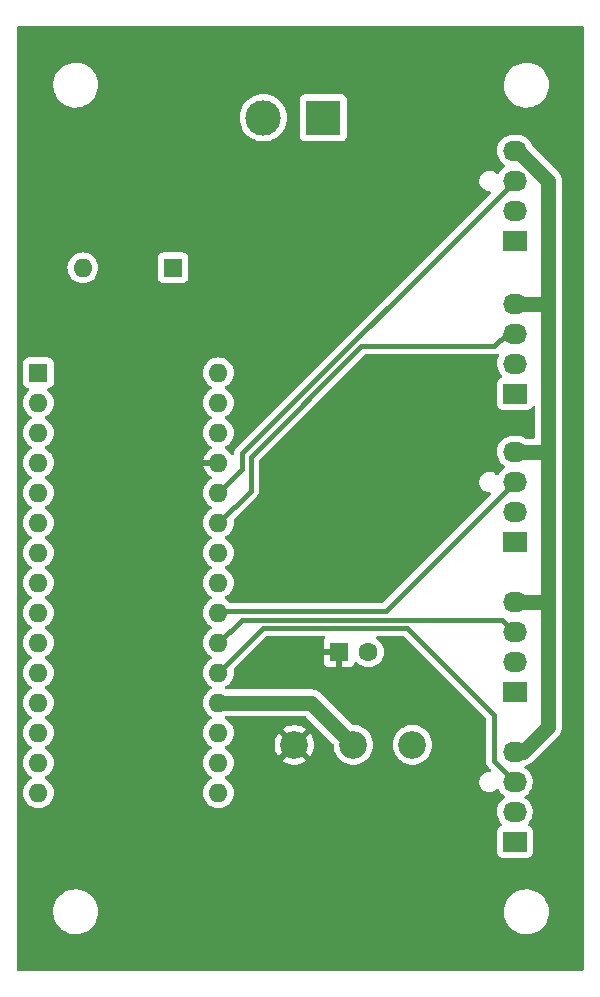
<source format=gbr>
%TF.GenerationSoftware,KiCad,Pcbnew,7.0.7*%
%TF.CreationDate,2024-01-02T15:01:12+01:00*%
%TF.ProjectId,fan-control,66616e2d-636f-46e7-9472-6f6c2e6b6963,rev?*%
%TF.SameCoordinates,Original*%
%TF.FileFunction,Copper,L1,Top*%
%TF.FilePolarity,Positive*%
%FSLAX46Y46*%
G04 Gerber Fmt 4.6, Leading zero omitted, Abs format (unit mm)*
G04 Created by KiCad (PCBNEW 7.0.7) date 2024-01-02 15:01:12*
%MOMM*%
%LPD*%
G01*
G04 APERTURE LIST*
%TA.AperFunction,ComponentPad*%
%ADD10R,1.600000X1.600000*%
%TD*%
%TA.AperFunction,ComponentPad*%
%ADD11O,1.600000X1.600000*%
%TD*%
%TA.AperFunction,ComponentPad*%
%ADD12R,3.000000X3.000000*%
%TD*%
%TA.AperFunction,ComponentPad*%
%ADD13C,3.000000*%
%TD*%
%TA.AperFunction,ComponentPad*%
%ADD14C,2.340000*%
%TD*%
%TA.AperFunction,ComponentPad*%
%ADD15R,2.030000X1.730000*%
%TD*%
%TA.AperFunction,ComponentPad*%
%ADD16O,2.030000X1.730000*%
%TD*%
%TA.AperFunction,ComponentPad*%
%ADD17C,1.600000*%
%TD*%
%TA.AperFunction,ViaPad*%
%ADD18C,0.800000*%
%TD*%
%TA.AperFunction,Conductor*%
%ADD19C,1.270000*%
%TD*%
%TA.AperFunction,Conductor*%
%ADD20C,0.400000*%
%TD*%
G04 APERTURE END LIST*
D10*
%TO.P,SW1,1*%
%TO.N,Net-(A1-VIN)*%
X128227500Y-77470000D03*
D11*
%TO.P,SW1,2*%
%TO.N,12V*%
X120607500Y-77470000D03*
%TD*%
D12*
%TO.P,J6,1,Pin_1*%
%TO.N,GND*%
X140970000Y-64770000D03*
D13*
%TO.P,J6,2,Pin_2*%
%TO.N,12V*%
X135890000Y-64770000D03*
%TD*%
D14*
%TO.P,RV1,1,1*%
%TO.N,5V*%
X138510000Y-117856000D03*
%TO.P,RV1,2,2*%
%TO.N,SPEED_CONTROL*%
X143510000Y-117856000D03*
%TO.P,RV1,3,3*%
%TO.N,GND*%
X148510000Y-117856000D03*
%TD*%
D10*
%TO.P,A1,1,TX1*%
%TO.N,unconnected-(A1-TX1-Pad1)*%
X116840000Y-86360000D03*
D11*
%TO.P,A1,2,RX1*%
%TO.N,unconnected-(A1-RX1-Pad2)*%
X116840000Y-88900000D03*
%TO.P,A1,3,~{RESET}*%
%TO.N,unconnected-(A1-~{RESET}-Pad3)*%
X116840000Y-91440000D03*
%TO.P,A1,4,GND*%
%TO.N,GND*%
X116840000Y-93980000D03*
%TO.P,A1,5,D2*%
%TO.N,unconnected-(A1-D2-Pad5)*%
X116840000Y-96520000D03*
%TO.P,A1,6,D3*%
%TO.N,unconnected-(A1-D3-Pad6)*%
X116840000Y-99060000D03*
%TO.P,A1,7,D4*%
%TO.N,unconnected-(A1-D4-Pad7)*%
X116840000Y-101600000D03*
%TO.P,A1,8,D5*%
%TO.N,unconnected-(A1-D5-Pad8)*%
X116840000Y-104140000D03*
%TO.P,A1,9,D6*%
%TO.N,unconnected-(A1-D6-Pad9)*%
X116840000Y-106680000D03*
%TO.P,A1,10,D7*%
%TO.N,unconnected-(A1-D7-Pad10)*%
X116840000Y-109220000D03*
%TO.P,A1,11,D8*%
%TO.N,unconnected-(A1-D8-Pad11)*%
X116840000Y-111760000D03*
%TO.P,A1,12,D9*%
%TO.N,PWM*%
X116840000Y-114300000D03*
%TO.P,A1,13,D10*%
%TO.N,unconnected-(A1-D10-Pad13)*%
X116840000Y-116840000D03*
%TO.P,A1,14,MOSI*%
%TO.N,unconnected-(A1-MOSI-Pad14)*%
X116840000Y-119380000D03*
%TO.P,A1,15,MISO*%
%TO.N,unconnected-(A1-MISO-Pad15)*%
X116840000Y-121920000D03*
%TO.P,A1,16,SCK*%
%TO.N,unconnected-(A1-SCK-Pad16)*%
X132080000Y-121920000D03*
%TO.P,A1,17,3V3*%
%TO.N,unconnected-(A1-3V3-Pad17)*%
X132080000Y-119380000D03*
%TO.P,A1,18,AREF*%
%TO.N,unconnected-(A1-AREF-Pad18)*%
X132080000Y-116840000D03*
%TO.P,A1,19,A0*%
%TO.N,SPEED_CONTROL*%
X132080000Y-114300000D03*
%TO.P,A1,20,A1*%
%TO.N,SENSE_1*%
X132080000Y-111760000D03*
%TO.P,A1,21,A2*%
%TO.N,SENSE_2*%
X132080000Y-109220000D03*
%TO.P,A1,22,A3*%
%TO.N,SENSE_3*%
X132080000Y-106680000D03*
%TO.P,A1,23,SDA/A4*%
%TO.N,unconnected-(A1-SDA{slash}A4-Pad23)*%
X132080000Y-104140000D03*
%TO.P,A1,24,SCL/A5*%
%TO.N,unconnected-(A1-SCL{slash}A5-Pad24)*%
X132080000Y-101600000D03*
%TO.P,A1,25,A6*%
%TO.N,SENSE_4*%
X132080000Y-99060000D03*
%TO.P,A1,26,A7*%
%TO.N,SENSE_5*%
X132080000Y-96520000D03*
%TO.P,A1,27,+5V*%
%TO.N,5V*%
X132080000Y-93980000D03*
%TO.P,A1,28,~{RESET}*%
%TO.N,unconnected-(A1-~{RESET}-Pad28)*%
X132080000Y-91440000D03*
%TO.P,A1,29,GND*%
%TO.N,GND*%
X132080000Y-88900000D03*
%TO.P,A1,30,VIN*%
%TO.N,Net-(A1-VIN)*%
X132080000Y-86360000D03*
%TD*%
D15*
%TO.P,J2,1,Pin_1*%
%TO.N,GND*%
X157180000Y-113380000D03*
D16*
%TO.P,J2,2,Pin_2*%
%TO.N,12V*%
X157180000Y-110840000D03*
%TO.P,J2,3,Pin_3*%
%TO.N,SENSE_2*%
X157180000Y-108300000D03*
%TO.P,J2,4,Pin_4*%
%TO.N,PWM*%
X157180000Y-105760000D03*
%TD*%
D10*
%TO.P,C1,1*%
%TO.N,5V*%
X142280000Y-109996000D03*
D17*
%TO.P,C1,2*%
%TO.N,GND*%
X144780000Y-109996000D03*
%TD*%
D15*
%TO.P,J4,1,Pin_1*%
%TO.N,GND*%
X157180000Y-88128000D03*
D16*
%TO.P,J4,2,Pin_2*%
%TO.N,12V*%
X157180000Y-85588000D03*
%TO.P,J4,3,Pin_3*%
%TO.N,SENSE_4*%
X157180000Y-83048000D03*
%TO.P,J4,4,Pin_4*%
%TO.N,PWM*%
X157180000Y-80508000D03*
%TD*%
D15*
%TO.P,J5,1,Pin_1*%
%TO.N,GND*%
X157180000Y-75184000D03*
D16*
%TO.P,J5,2,Pin_2*%
%TO.N,12V*%
X157180000Y-72644000D03*
%TO.P,J5,3,Pin_3*%
%TO.N,SENSE_5*%
X157180000Y-70104000D03*
%TO.P,J5,4,Pin_4*%
%TO.N,PWM*%
X157180000Y-67564000D03*
%TD*%
D15*
%TO.P,J1,1,Pin_1*%
%TO.N,GND*%
X157180000Y-126080000D03*
D16*
%TO.P,J1,2,Pin_2*%
%TO.N,12V*%
X157180000Y-123540000D03*
%TO.P,J1,3,Pin_3*%
%TO.N,SENSE_1*%
X157180000Y-121000000D03*
%TO.P,J1,4,Pin_4*%
%TO.N,PWM*%
X157180000Y-118460000D03*
%TD*%
D15*
%TO.P,J3,1,Pin_1*%
%TO.N,GND*%
X157180000Y-100680000D03*
D16*
%TO.P,J3,2,Pin_2*%
%TO.N,12V*%
X157180000Y-98140000D03*
%TO.P,J3,3,Pin_3*%
%TO.N,SENSE_3*%
X157180000Y-95600000D03*
%TO.P,J3,4,Pin_4*%
%TO.N,PWM*%
X157180000Y-93060000D03*
%TD*%
D18*
%TO.N,5V*%
X135382000Y-104902000D03*
X135382000Y-111506000D03*
X135382000Y-89662000D03*
%TD*%
D19*
%TO.N,PWM*%
X157180000Y-118460000D02*
X157892000Y-118460000D01*
X160020000Y-70104000D02*
X157480000Y-67564000D01*
X157480000Y-67564000D02*
X157180000Y-67564000D01*
X157180000Y-105760000D02*
X159924000Y-105760000D01*
X160020000Y-80264000D02*
X160020000Y-70104000D01*
X157180000Y-93060000D02*
X159924000Y-93060000D01*
X160020000Y-105664000D02*
X160020000Y-92964000D01*
X159924000Y-105760000D02*
X160020000Y-105664000D01*
X159924000Y-93060000D02*
X160020000Y-92964000D01*
X157180000Y-80508000D02*
X159776000Y-80508000D01*
X160020000Y-116332000D02*
X160020000Y-105664000D01*
X160020000Y-92964000D02*
X160020000Y-80264000D01*
X157892000Y-118460000D02*
X160020000Y-116332000D01*
X159776000Y-80508000D02*
X160020000Y-80264000D01*
%TO.N,SPEED_CONTROL*%
X139954000Y-114300000D02*
X132080000Y-114300000D01*
X143510000Y-117856000D02*
X139954000Y-114300000D01*
D20*
%TO.N,SENSE_1*%
X148082000Y-107950000D02*
X135890000Y-107950000D01*
X155448000Y-115316000D02*
X148082000Y-107950000D01*
X157180000Y-121000000D02*
X155448000Y-119268000D01*
X135890000Y-107950000D02*
X132080000Y-111760000D01*
X155448000Y-119268000D02*
X155448000Y-115316000D01*
%TO.N,SENSE_2*%
X134050000Y-107250000D02*
X156130000Y-107250000D01*
X132080000Y-109220000D02*
X134050000Y-107250000D01*
X156130000Y-107250000D02*
X157180000Y-108300000D01*
%TO.N,SENSE_3*%
X146230000Y-106550000D02*
X132210000Y-106550000D01*
X157180000Y-95600000D02*
X146230000Y-106550000D01*
X132210000Y-106550000D02*
X132080000Y-106680000D01*
%TO.N,SENSE_4*%
X155454924Y-84098000D02*
X144175950Y-84098000D01*
X134812000Y-93461950D02*
X134812000Y-96328000D01*
X157180000Y-83048000D02*
X156504924Y-83048000D01*
X144175950Y-84098000D02*
X134812000Y-93461950D01*
X156504924Y-83048000D02*
X155454924Y-84098000D01*
X134812000Y-96328000D02*
X132080000Y-99060000D01*
%TO.N,SENSE_5*%
X132080000Y-96520000D02*
X134112000Y-94488000D01*
X134112000Y-93172000D02*
X157180000Y-70104000D01*
X134112000Y-94488000D02*
X134112000Y-93172000D01*
%TD*%
%TA.AperFunction,Conductor*%
%TO.N,5V*%
G36*
X155798368Y-84791091D02*
G01*
X155835822Y-84850074D01*
X155835441Y-84919943D01*
X155827379Y-84940186D01*
X155758387Y-85077022D01*
X155690321Y-85299278D01*
X155660798Y-85529837D01*
X155670662Y-85762066D01*
X155670662Y-85762067D01*
X155719634Y-85989296D01*
X155806299Y-86204972D01*
X155928172Y-86402907D01*
X156083681Y-86579599D01*
X156113196Y-86642929D01*
X156103787Y-86712162D01*
X156058441Y-86765318D01*
X156033932Y-86777705D01*
X155922669Y-86819203D01*
X155922664Y-86819206D01*
X155807455Y-86905452D01*
X155807452Y-86905455D01*
X155721206Y-87020664D01*
X155721202Y-87020671D01*
X155670908Y-87155517D01*
X155664501Y-87215116D01*
X155664500Y-87215135D01*
X155664500Y-89040870D01*
X155664501Y-89040876D01*
X155670908Y-89100483D01*
X155721202Y-89235328D01*
X155721206Y-89235335D01*
X155807452Y-89350544D01*
X155807455Y-89350547D01*
X155922664Y-89436793D01*
X155922671Y-89436797D01*
X156057517Y-89487091D01*
X156057516Y-89487091D01*
X156064444Y-89487835D01*
X156117127Y-89493500D01*
X158242872Y-89493499D01*
X158302483Y-89487091D01*
X158437331Y-89436796D01*
X158552546Y-89350546D01*
X158638796Y-89235331D01*
X158644318Y-89220525D01*
X158686188Y-89164593D01*
X158751652Y-89140175D01*
X158819925Y-89155026D01*
X158869331Y-89204430D01*
X158884500Y-89263859D01*
X158884500Y-91800500D01*
X158864815Y-91867539D01*
X158812011Y-91913294D01*
X158760500Y-91924500D01*
X158129555Y-91924500D01*
X158069081Y-91908754D01*
X157894488Y-91811220D01*
X157675323Y-91733784D01*
X157675313Y-91733781D01*
X157446230Y-91694500D01*
X157446221Y-91694500D01*
X156971993Y-91694500D01*
X156971987Y-91694500D01*
X156798399Y-91709273D01*
X156573453Y-91767845D01*
X156573449Y-91767846D01*
X156361654Y-91863583D01*
X156361642Y-91863590D01*
X156169065Y-91993749D01*
X156001251Y-92154586D01*
X155863035Y-92341467D01*
X155863032Y-92341471D01*
X155758387Y-92549022D01*
X155690321Y-92771278D01*
X155660798Y-93001837D01*
X155670662Y-93234066D01*
X155670662Y-93234067D01*
X155719634Y-93461296D01*
X155806299Y-93676972D01*
X155806301Y-93676976D01*
X155842909Y-93736430D01*
X155928170Y-93874903D01*
X155928171Y-93874905D01*
X155928173Y-93874907D01*
X156081741Y-94049395D01*
X156081743Y-94049396D01*
X156081746Y-94049400D01*
X156262583Y-94195415D01*
X156262593Y-94195422D01*
X156309630Y-94221699D01*
X156358556Y-94271578D01*
X156372748Y-94339992D01*
X156347700Y-94405217D01*
X156318592Y-94432687D01*
X156169065Y-94533749D01*
X156001251Y-94694586D01*
X155863035Y-94881467D01*
X155863029Y-94881476D01*
X155821517Y-94963810D01*
X155773759Y-95014809D01*
X155706010Y-95031892D01*
X155639780Y-95009634D01*
X155616287Y-94988260D01*
X155608337Y-94978900D01*
X155608336Y-94978899D01*
X155608335Y-94978898D01*
X155529448Y-94918930D01*
X155461064Y-94866946D01*
X155293167Y-94789268D01*
X155293163Y-94789266D01*
X155112497Y-94749500D01*
X154973887Y-94749500D01*
X154973883Y-94749500D01*
X154836088Y-94764486D01*
X154660776Y-94823557D01*
X154660774Y-94823558D01*
X154502262Y-94918931D01*
X154502261Y-94918932D01*
X154367959Y-95046149D01*
X154264138Y-95199276D01*
X154195669Y-95371122D01*
X154165740Y-95553685D01*
X154175755Y-95738406D01*
X154175755Y-95738411D01*
X154225244Y-95916656D01*
X154225247Y-95916662D01*
X154311898Y-96080102D01*
X154404930Y-96189628D01*
X154431663Y-96221100D01*
X154578936Y-96333054D01*
X154746833Y-96410732D01*
X154746834Y-96410732D01*
X154746836Y-96410733D01*
X154801648Y-96422797D01*
X154927503Y-96450500D01*
X154927506Y-96450500D01*
X155039481Y-96450500D01*
X155106520Y-96470185D01*
X155152275Y-96522989D01*
X155162219Y-96592147D01*
X155133194Y-96655703D01*
X155127162Y-96662181D01*
X145976162Y-105813181D01*
X145914839Y-105846666D01*
X145888481Y-105849500D01*
X133140049Y-105849500D01*
X133073010Y-105829815D01*
X133052368Y-105813181D01*
X132919141Y-105679954D01*
X132732734Y-105549432D01*
X132732728Y-105549429D01*
X132674725Y-105522382D01*
X132622285Y-105476210D01*
X132603133Y-105409017D01*
X132623348Y-105342135D01*
X132674725Y-105297618D01*
X132732734Y-105270568D01*
X132919139Y-105140047D01*
X133080047Y-104979139D01*
X133210568Y-104792734D01*
X133306739Y-104586496D01*
X133365635Y-104366692D01*
X133385468Y-104140000D01*
X133365635Y-103913308D01*
X133306739Y-103693504D01*
X133210568Y-103487266D01*
X133080047Y-103300861D01*
X133080045Y-103300858D01*
X132919141Y-103139954D01*
X132732734Y-103009432D01*
X132732728Y-103009429D01*
X132674725Y-102982382D01*
X132622285Y-102936210D01*
X132603133Y-102869017D01*
X132623348Y-102802135D01*
X132674725Y-102757618D01*
X132732734Y-102730568D01*
X132919139Y-102600047D01*
X133080047Y-102439139D01*
X133210568Y-102252734D01*
X133306739Y-102046496D01*
X133365635Y-101826692D01*
X133385468Y-101600000D01*
X133384844Y-101592873D01*
X133365635Y-101373313D01*
X133365635Y-101373308D01*
X133306739Y-101153504D01*
X133210568Y-100947266D01*
X133080047Y-100760861D01*
X133080045Y-100760858D01*
X132919141Y-100599954D01*
X132732734Y-100469432D01*
X132732728Y-100469429D01*
X132674725Y-100442382D01*
X132622285Y-100396210D01*
X132603133Y-100329017D01*
X132623348Y-100262135D01*
X132674725Y-100217618D01*
X132732734Y-100190568D01*
X132919139Y-100060047D01*
X133080047Y-99899139D01*
X133210568Y-99712734D01*
X133306739Y-99506496D01*
X133365635Y-99286692D01*
X133385468Y-99060000D01*
X133365635Y-98833308D01*
X133365633Y-98833303D01*
X133365180Y-98828117D01*
X133378946Y-98759617D01*
X133401024Y-98729631D01*
X135291056Y-96839599D01*
X135293748Y-96837065D01*
X135340183Y-96795929D01*
X135340974Y-96794784D01*
X135348889Y-96783314D01*
X135375427Y-96744866D01*
X135377617Y-96741890D01*
X135415877Y-96693057D01*
X135420029Y-96683828D01*
X135431062Y-96664268D01*
X135432503Y-96662181D01*
X135436818Y-96655930D01*
X135458812Y-96597933D01*
X135460231Y-96594505D01*
X135485694Y-96537932D01*
X135487520Y-96527965D01*
X135493548Y-96506340D01*
X135497140Y-96496872D01*
X135502770Y-96450500D01*
X135504615Y-96435309D01*
X135505179Y-96431605D01*
X135509456Y-96408258D01*
X135516357Y-96370606D01*
X135512613Y-96308707D01*
X135512500Y-96304963D01*
X135512500Y-93803469D01*
X135532185Y-93736430D01*
X135548819Y-93715788D01*
X144429788Y-84834819D01*
X144491111Y-84801334D01*
X144517469Y-84798500D01*
X155431876Y-84798500D01*
X155435621Y-84798613D01*
X155442966Y-84799057D01*
X155497530Y-84802358D01*
X155535238Y-84795447D01*
X155558545Y-84791177D01*
X155562249Y-84790613D01*
X155580094Y-84788446D01*
X155623796Y-84783140D01*
X155633259Y-84779550D01*
X155654885Y-84773522D01*
X155655817Y-84773351D01*
X155664856Y-84771695D01*
X155665760Y-84771287D01*
X155666485Y-84771187D01*
X155672013Y-84769465D01*
X155672299Y-84770383D01*
X155734971Y-84761721D01*
X155798368Y-84791091D01*
G37*
%TD.AperFunction*%
%TA.AperFunction,Conductor*%
G36*
X162942539Y-57020185D02*
G01*
X162988294Y-57072989D01*
X162999500Y-57124500D01*
X162999500Y-136875500D01*
X162979815Y-136942539D01*
X162927011Y-136988294D01*
X162875500Y-136999500D01*
X115124500Y-136999500D01*
X115057461Y-136979815D01*
X115011706Y-136927011D01*
X115000500Y-136875500D01*
X115000500Y-132069594D01*
X118095686Y-132069594D01*
X118126114Y-132346125D01*
X118196478Y-132615272D01*
X118251726Y-132745283D01*
X118305284Y-132871314D01*
X118450205Y-133108776D01*
X118450212Y-133108786D01*
X118628161Y-133322616D01*
X118628167Y-133322621D01*
X118793918Y-133471133D01*
X118835357Y-133508263D01*
X119067373Y-133661763D01*
X119319267Y-133779846D01*
X119319274Y-133779848D01*
X119319276Y-133779849D01*
X119585657Y-133859992D01*
X119585664Y-133859993D01*
X119585669Y-133859995D01*
X119860901Y-133900500D01*
X119860906Y-133900500D01*
X120069469Y-133900500D01*
X120129862Y-133896079D01*
X120277455Y-133885277D01*
X120548997Y-133824788D01*
X120808838Y-133725408D01*
X121051440Y-133589253D01*
X121271632Y-133419226D01*
X121464722Y-133218951D01*
X121626593Y-132992696D01*
X121702580Y-132844900D01*
X121753790Y-132745298D01*
X121753794Y-132745288D01*
X121753797Y-132745283D01*
X121843621Y-132481986D01*
X121894152Y-132208416D01*
X121899226Y-132069594D01*
X156255686Y-132069594D01*
X156286114Y-132346125D01*
X156356478Y-132615272D01*
X156411726Y-132745283D01*
X156465284Y-132871314D01*
X156610205Y-133108776D01*
X156610212Y-133108786D01*
X156788161Y-133322616D01*
X156788167Y-133322621D01*
X156953918Y-133471133D01*
X156995357Y-133508263D01*
X157227373Y-133661763D01*
X157479267Y-133779846D01*
X157479274Y-133779848D01*
X157479276Y-133779849D01*
X157745657Y-133859992D01*
X157745664Y-133859993D01*
X157745669Y-133859995D01*
X158020901Y-133900500D01*
X158020906Y-133900500D01*
X158229469Y-133900500D01*
X158289862Y-133896079D01*
X158437455Y-133885277D01*
X158708997Y-133824788D01*
X158968838Y-133725408D01*
X159211440Y-133589253D01*
X159431632Y-133419226D01*
X159624722Y-133218951D01*
X159786593Y-132992696D01*
X159862580Y-132844900D01*
X159913790Y-132745298D01*
X159913794Y-132745288D01*
X159913797Y-132745283D01*
X160003621Y-132481986D01*
X160054152Y-132208416D01*
X160064313Y-131930404D01*
X160033886Y-131653876D01*
X159963520Y-131384724D01*
X159854716Y-131128686D01*
X159709792Y-130891219D01*
X159618112Y-130781053D01*
X159531838Y-130677383D01*
X159531832Y-130677378D01*
X159324643Y-130491737D01*
X159092629Y-130338238D01*
X159092627Y-130338237D01*
X158840733Y-130220154D01*
X158840728Y-130220152D01*
X158840723Y-130220150D01*
X158574342Y-130140007D01*
X158574328Y-130140004D01*
X158455565Y-130122526D01*
X158299099Y-130099500D01*
X158090537Y-130099500D01*
X158090531Y-130099500D01*
X157882545Y-130114723D01*
X157882535Y-130114724D01*
X157611007Y-130175210D01*
X157610997Y-130175213D01*
X157351161Y-130274592D01*
X157108561Y-130410746D01*
X157108556Y-130410749D01*
X156888369Y-130580772D01*
X156888359Y-130580781D01*
X156695281Y-130781045D01*
X156695274Y-130781053D01*
X156533412Y-131007295D01*
X156533405Y-131007307D01*
X156406209Y-131254701D01*
X156406205Y-131254711D01*
X156316379Y-131518012D01*
X156316378Y-131518018D01*
X156265848Y-131791584D01*
X156265847Y-131791591D01*
X156255686Y-132069594D01*
X121899226Y-132069594D01*
X121904313Y-131930404D01*
X121873886Y-131653876D01*
X121803520Y-131384724D01*
X121694716Y-131128686D01*
X121549792Y-130891219D01*
X121458112Y-130781053D01*
X121371838Y-130677383D01*
X121371832Y-130677378D01*
X121164643Y-130491737D01*
X120932629Y-130338238D01*
X120932627Y-130338237D01*
X120680733Y-130220154D01*
X120680728Y-130220152D01*
X120680723Y-130220150D01*
X120414342Y-130140007D01*
X120414328Y-130140004D01*
X120295565Y-130122526D01*
X120139099Y-130099500D01*
X119930537Y-130099500D01*
X119930531Y-130099500D01*
X119722545Y-130114723D01*
X119722535Y-130114724D01*
X119451007Y-130175210D01*
X119450997Y-130175213D01*
X119191161Y-130274592D01*
X118948561Y-130410746D01*
X118948556Y-130410749D01*
X118728369Y-130580772D01*
X118728359Y-130580781D01*
X118535281Y-130781045D01*
X118535274Y-130781053D01*
X118373412Y-131007295D01*
X118373405Y-131007307D01*
X118246209Y-131254701D01*
X118246205Y-131254711D01*
X118156379Y-131518012D01*
X118156378Y-131518018D01*
X118105848Y-131791584D01*
X118105847Y-131791591D01*
X118095686Y-132069594D01*
X115000500Y-132069594D01*
X115000500Y-121920001D01*
X115534532Y-121920001D01*
X115554364Y-122146686D01*
X115554366Y-122146697D01*
X115613258Y-122366488D01*
X115613261Y-122366497D01*
X115709431Y-122572732D01*
X115709432Y-122572734D01*
X115839954Y-122759141D01*
X116000858Y-122920045D01*
X116000861Y-122920047D01*
X116187266Y-123050568D01*
X116393504Y-123146739D01*
X116613308Y-123205635D01*
X116775230Y-123219801D01*
X116839998Y-123225468D01*
X116840000Y-123225468D01*
X116840002Y-123225468D01*
X116896672Y-123220509D01*
X117066692Y-123205635D01*
X117286496Y-123146739D01*
X117492734Y-123050568D01*
X117679139Y-122920047D01*
X117840047Y-122759139D01*
X117970568Y-122572734D01*
X118066739Y-122366496D01*
X118125635Y-122146692D01*
X118145468Y-121920001D01*
X130774532Y-121920001D01*
X130794364Y-122146686D01*
X130794366Y-122146697D01*
X130853258Y-122366488D01*
X130853261Y-122366497D01*
X130949431Y-122572732D01*
X130949432Y-122572734D01*
X131079954Y-122759141D01*
X131240858Y-122920045D01*
X131240861Y-122920047D01*
X131427266Y-123050568D01*
X131633504Y-123146739D01*
X131853308Y-123205635D01*
X132015230Y-123219801D01*
X132079998Y-123225468D01*
X132080000Y-123225468D01*
X132080002Y-123225468D01*
X132136672Y-123220509D01*
X132306692Y-123205635D01*
X132526496Y-123146739D01*
X132732734Y-123050568D01*
X132919139Y-122920047D01*
X133080047Y-122759139D01*
X133210568Y-122572734D01*
X133306739Y-122366496D01*
X133365635Y-122146692D01*
X133385468Y-121920000D01*
X133365635Y-121693308D01*
X133316780Y-121510976D01*
X133306741Y-121473511D01*
X133306738Y-121473502D01*
X133210568Y-121267266D01*
X133080047Y-121080861D01*
X133080045Y-121080858D01*
X132919141Y-120919954D01*
X132732734Y-120789432D01*
X132732728Y-120789429D01*
X132674725Y-120762382D01*
X132622285Y-120716210D01*
X132603133Y-120649017D01*
X132623348Y-120582135D01*
X132674725Y-120537618D01*
X132732734Y-120510568D01*
X132919139Y-120380047D01*
X133080047Y-120219139D01*
X133210568Y-120032734D01*
X133306739Y-119826496D01*
X133365635Y-119606692D01*
X133385468Y-119380000D01*
X133385152Y-119376393D01*
X133373653Y-119244951D01*
X133365635Y-119153308D01*
X133306739Y-118933504D01*
X133210568Y-118727266D01*
X133080047Y-118540861D01*
X133080045Y-118540858D01*
X132919141Y-118379954D01*
X132732734Y-118249432D01*
X132732728Y-118249429D01*
X132674725Y-118222382D01*
X132622285Y-118176210D01*
X132603133Y-118109017D01*
X132623348Y-118042135D01*
X132674725Y-117997618D01*
X132732734Y-117970568D01*
X132896350Y-117856004D01*
X136835317Y-117856004D01*
X136854021Y-118105597D01*
X136854021Y-118105599D01*
X136909714Y-118349607D01*
X136909720Y-118349626D01*
X137001163Y-118582618D01*
X137126311Y-118799382D01*
X137164800Y-118847645D01*
X137792331Y-118220114D01*
X137853654Y-118186629D01*
X137923345Y-118191613D01*
X137979279Y-118233484D01*
X137984707Y-118241350D01*
X138005187Y-118273620D01*
X138005188Y-118273621D01*
X138124904Y-118386041D01*
X138128266Y-118388484D01*
X138130264Y-118391074D01*
X138130590Y-118391381D01*
X138130540Y-118391433D01*
X138170934Y-118443812D01*
X138176915Y-118513425D01*
X138144311Y-118575221D01*
X138143065Y-118576485D01*
X137518402Y-119201148D01*
X137672651Y-119306313D01*
X137672664Y-119306320D01*
X137898167Y-119414916D01*
X137898165Y-119414916D01*
X138137346Y-119488694D01*
X138137352Y-119488696D01*
X138384843Y-119525999D01*
X138384852Y-119526000D01*
X138635148Y-119526000D01*
X138635156Y-119525999D01*
X138882647Y-119488696D01*
X138882653Y-119488694D01*
X139121833Y-119414916D01*
X139347334Y-119306322D01*
X139347335Y-119306321D01*
X139501596Y-119201148D01*
X138873234Y-118572787D01*
X138839749Y-118511464D01*
X138844733Y-118441773D01*
X138886604Y-118385839D01*
X138887949Y-118384847D01*
X138958492Y-118333595D01*
X139044871Y-118229180D01*
X139102768Y-118190074D01*
X139172620Y-118188478D01*
X139228094Y-118220541D01*
X139855198Y-118847646D01*
X139855199Y-118847645D01*
X139893681Y-118799392D01*
X139893688Y-118799381D01*
X140018836Y-118582618D01*
X140110279Y-118349626D01*
X140110285Y-118349607D01*
X140165978Y-118105599D01*
X140165978Y-118105597D01*
X140184683Y-117856004D01*
X140184683Y-117855995D01*
X140165978Y-117606402D01*
X140165978Y-117606400D01*
X140110285Y-117362392D01*
X140110279Y-117362373D01*
X140018836Y-117129381D01*
X139893685Y-116912613D01*
X139855199Y-116864352D01*
X139855198Y-116864352D01*
X139227667Y-117491884D01*
X139166344Y-117525369D01*
X139096652Y-117520385D01*
X139040719Y-117478513D01*
X139035290Y-117470646D01*
X139033771Y-117468252D01*
X139014814Y-117438381D01*
X138950942Y-117378402D01*
X138895097Y-117325960D01*
X138891732Y-117323515D01*
X138889731Y-117320920D01*
X138889410Y-117320619D01*
X138889458Y-117320567D01*
X138849064Y-117268187D01*
X138843082Y-117198574D01*
X138875685Y-117136778D01*
X138876932Y-117135513D01*
X139501596Y-116510850D01*
X139347342Y-116405682D01*
X139347334Y-116405677D01*
X139121832Y-116297083D01*
X139121834Y-116297083D01*
X138882653Y-116223305D01*
X138882647Y-116223303D01*
X138635156Y-116186000D01*
X138384843Y-116186000D01*
X138137352Y-116223303D01*
X138137346Y-116223305D01*
X137898166Y-116297083D01*
X137672661Y-116405680D01*
X137672660Y-116405681D01*
X137518402Y-116510849D01*
X138146765Y-117139212D01*
X138180250Y-117200535D01*
X138175266Y-117270227D01*
X138133394Y-117326160D01*
X138131970Y-117327210D01*
X138061510Y-117378402D01*
X138061508Y-117378405D01*
X137975130Y-117482818D01*
X137917230Y-117521925D01*
X137847378Y-117523521D01*
X137791905Y-117491458D01*
X137164800Y-116864353D01*
X137126308Y-116912621D01*
X137001163Y-117129381D01*
X136909720Y-117362373D01*
X136909714Y-117362392D01*
X136854021Y-117606400D01*
X136854021Y-117606402D01*
X136835317Y-117855995D01*
X136835317Y-117856004D01*
X132896350Y-117856004D01*
X132919139Y-117840047D01*
X133080047Y-117679139D01*
X133210568Y-117492734D01*
X133306739Y-117286496D01*
X133365635Y-117066692D01*
X133385468Y-116840000D01*
X133383440Y-116816825D01*
X133374670Y-116716581D01*
X133365635Y-116613308D01*
X133309885Y-116405244D01*
X133306741Y-116393511D01*
X133306738Y-116393502D01*
X133290717Y-116359145D01*
X133210568Y-116187266D01*
X133080047Y-116000861D01*
X133080045Y-116000858D01*
X132919141Y-115839954D01*
X132732734Y-115709432D01*
X132732732Y-115709431D01*
X132674725Y-115682382D01*
X132622286Y-115636209D01*
X132603134Y-115569016D01*
X132623350Y-115502135D01*
X132674725Y-115457618D01*
X132697242Y-115447118D01*
X132749647Y-115435500D01*
X139432299Y-115435500D01*
X139499338Y-115455185D01*
X139519980Y-115471819D01*
X141799427Y-117751267D01*
X141832912Y-117812590D01*
X141835399Y-117848212D01*
X141834816Y-117855993D01*
X141834816Y-117856004D01*
X141853524Y-118105663D01*
X141853525Y-118105668D01*
X141909236Y-118349755D01*
X141909238Y-118349764D01*
X141909240Y-118349769D01*
X142000711Y-118582835D01*
X142125898Y-118799665D01*
X142164161Y-118847645D01*
X142282006Y-118995418D01*
X142452165Y-119153302D01*
X142465540Y-119165712D01*
X142672408Y-119306752D01*
X142672413Y-119306754D01*
X142672414Y-119306755D01*
X142672415Y-119306756D01*
X142792218Y-119364449D01*
X142897983Y-119415383D01*
X142897984Y-119415383D01*
X142897987Y-119415385D01*
X143137236Y-119489184D01*
X143137237Y-119489184D01*
X143137240Y-119489185D01*
X143384805Y-119526499D01*
X143384810Y-119526499D01*
X143384813Y-119526500D01*
X143384814Y-119526500D01*
X143635186Y-119526500D01*
X143635187Y-119526500D01*
X143635194Y-119526499D01*
X143882759Y-119489185D01*
X143882760Y-119489184D01*
X143882764Y-119489184D01*
X144122013Y-119415385D01*
X144339591Y-119310605D01*
X144347584Y-119306756D01*
X144347584Y-119306755D01*
X144347592Y-119306752D01*
X144554460Y-119165712D01*
X144737997Y-118995414D01*
X144894102Y-118799665D01*
X145019289Y-118582835D01*
X145110760Y-118349769D01*
X145166474Y-118105673D01*
X145169392Y-118066739D01*
X145185184Y-117856004D01*
X146834816Y-117856004D01*
X146853524Y-118105663D01*
X146853525Y-118105668D01*
X146909236Y-118349755D01*
X146909238Y-118349764D01*
X146909240Y-118349769D01*
X147000711Y-118582835D01*
X147125898Y-118799665D01*
X147164161Y-118847645D01*
X147282006Y-118995418D01*
X147452165Y-119153302D01*
X147465540Y-119165712D01*
X147672408Y-119306752D01*
X147672413Y-119306754D01*
X147672414Y-119306755D01*
X147672415Y-119306756D01*
X147792218Y-119364449D01*
X147897983Y-119415383D01*
X147897984Y-119415383D01*
X147897987Y-119415385D01*
X148137236Y-119489184D01*
X148137237Y-119489184D01*
X148137240Y-119489185D01*
X148384805Y-119526499D01*
X148384810Y-119526499D01*
X148384813Y-119526500D01*
X148384814Y-119526500D01*
X148635186Y-119526500D01*
X148635187Y-119526500D01*
X148635194Y-119526499D01*
X148882759Y-119489185D01*
X148882760Y-119489184D01*
X148882764Y-119489184D01*
X149122013Y-119415385D01*
X149339591Y-119310605D01*
X149347584Y-119306756D01*
X149347584Y-119306755D01*
X149347592Y-119306752D01*
X149554460Y-119165712D01*
X149737997Y-118995414D01*
X149894102Y-118799665D01*
X150019289Y-118582835D01*
X150110760Y-118349769D01*
X150166474Y-118105673D01*
X150169392Y-118066739D01*
X150185184Y-117856004D01*
X150185184Y-117855995D01*
X150166475Y-117606336D01*
X150166474Y-117606331D01*
X150166474Y-117606327D01*
X150110760Y-117362231D01*
X150019289Y-117129165D01*
X149894102Y-116912335D01*
X149737997Y-116716586D01*
X149737996Y-116716585D01*
X149737993Y-116716581D01*
X149554460Y-116546288D01*
X149502480Y-116510849D01*
X149347592Y-116405248D01*
X149347588Y-116405246D01*
X149347585Y-116405244D01*
X149347584Y-116405243D01*
X149122015Y-116296616D01*
X149122017Y-116296616D01*
X148882765Y-116222816D01*
X148882759Y-116222814D01*
X148635194Y-116185500D01*
X148635187Y-116185500D01*
X148384813Y-116185500D01*
X148384805Y-116185500D01*
X148137240Y-116222814D01*
X148137234Y-116222816D01*
X147897983Y-116296616D01*
X147672415Y-116405243D01*
X147672414Y-116405244D01*
X147672408Y-116405247D01*
X147672408Y-116405248D01*
X147648118Y-116421808D01*
X147465539Y-116546288D01*
X147282006Y-116716581D01*
X147125898Y-116912335D01*
X147000711Y-117129164D01*
X146909242Y-117362225D01*
X146909236Y-117362244D01*
X146853525Y-117606331D01*
X146853524Y-117606336D01*
X146834816Y-117855995D01*
X146834816Y-117856004D01*
X145185184Y-117856004D01*
X145185184Y-117855995D01*
X145166475Y-117606336D01*
X145166474Y-117606331D01*
X145166474Y-117606327D01*
X145110760Y-117362231D01*
X145019289Y-117129165D01*
X144894102Y-116912335D01*
X144737997Y-116716586D01*
X144737996Y-116716585D01*
X144737993Y-116716581D01*
X144554460Y-116546288D01*
X144502480Y-116510849D01*
X144347592Y-116405248D01*
X144347588Y-116405246D01*
X144347585Y-116405244D01*
X144347584Y-116405243D01*
X144122015Y-116296616D01*
X144122017Y-116296616D01*
X143882765Y-116222816D01*
X143882759Y-116222814D01*
X143635194Y-116185500D01*
X143635187Y-116185500D01*
X143496702Y-116185500D01*
X143429663Y-116165815D01*
X143409021Y-116149181D01*
X140831278Y-113571438D01*
X140817951Y-113555683D01*
X140816057Y-113553023D01*
X140747378Y-113487538D01*
X140718678Y-113458837D01*
X140718676Y-113458835D01*
X140709938Y-113451621D01*
X140706627Y-113448682D01*
X140659116Y-113403381D01*
X140659112Y-113403377D01*
X140641441Y-113392020D01*
X140627915Y-113383327D01*
X140621958Y-113378977D01*
X140593354Y-113355361D01*
X140593354Y-113355360D01*
X140535720Y-113323889D01*
X140531919Y-113321634D01*
X140518127Y-113312771D01*
X140476683Y-113286136D01*
X140476677Y-113286134D01*
X140442249Y-113272350D01*
X140435576Y-113269206D01*
X140403029Y-113251435D01*
X140403027Y-113251434D01*
X140403023Y-113251432D01*
X140391520Y-113247754D01*
X140340476Y-113231436D01*
X140336312Y-113229940D01*
X140275362Y-113205540D01*
X140275363Y-113205540D01*
X140238939Y-113198519D01*
X140231789Y-113196694D01*
X140196466Y-113185402D01*
X140131269Y-113177607D01*
X140126896Y-113176925D01*
X140062428Y-113164500D01*
X140062427Y-113164500D01*
X140025338Y-113164500D01*
X140017971Y-113164061D01*
X139981146Y-113159658D01*
X139981145Y-113159658D01*
X139915651Y-113164342D01*
X139911230Y-113164500D01*
X132749647Y-113164500D01*
X132697238Y-113152880D01*
X132674721Y-113142379D01*
X132622283Y-113096204D01*
X132603134Y-113029010D01*
X132623353Y-112962130D01*
X132674721Y-112917619D01*
X132732734Y-112890568D01*
X132919139Y-112760047D01*
X133080047Y-112599139D01*
X133210568Y-112412734D01*
X133306739Y-112206496D01*
X133365635Y-111986692D01*
X133385468Y-111760000D01*
X133365635Y-111533308D01*
X133365633Y-111533303D01*
X133365180Y-111528117D01*
X133378946Y-111459617D01*
X133401024Y-111429631D01*
X136143837Y-108686819D01*
X136205161Y-108653334D01*
X136231519Y-108650500D01*
X141016059Y-108650500D01*
X141083098Y-108670185D01*
X141128853Y-108722989D01*
X141138797Y-108792147D01*
X141115325Y-108848812D01*
X141036647Y-108953910D01*
X141036645Y-108953913D01*
X140986403Y-109088620D01*
X140986401Y-109088627D01*
X140980000Y-109148155D01*
X140980000Y-109746000D01*
X141769424Y-109746000D01*
X141836463Y-109765685D01*
X141882218Y-109818489D01*
X141892162Y-109887647D01*
X141891897Y-109889397D01*
X141875014Y-109995996D01*
X141875014Y-109996003D01*
X141891897Y-110102603D01*
X141882942Y-110171896D01*
X141837946Y-110225348D01*
X141771194Y-110245987D01*
X141769424Y-110246000D01*
X140980000Y-110246000D01*
X140980000Y-110843844D01*
X140986401Y-110903372D01*
X140986403Y-110903379D01*
X141036645Y-111038086D01*
X141036649Y-111038093D01*
X141122809Y-111153187D01*
X141122812Y-111153190D01*
X141237906Y-111239350D01*
X141237913Y-111239354D01*
X141372620Y-111289596D01*
X141372627Y-111289598D01*
X141432155Y-111295999D01*
X141432172Y-111296000D01*
X142030000Y-111296000D01*
X142030000Y-110506575D01*
X142049685Y-110439536D01*
X142102489Y-110393781D01*
X142171647Y-110383837D01*
X142173331Y-110384091D01*
X142205699Y-110389218D01*
X142248515Y-110396000D01*
X142248519Y-110396000D01*
X142311485Y-110396000D01*
X142354300Y-110389218D01*
X142386602Y-110384102D01*
X142455894Y-110393056D01*
X142509347Y-110438052D01*
X142529987Y-110504803D01*
X142530000Y-110506575D01*
X142530000Y-111296000D01*
X143127828Y-111296000D01*
X143127844Y-111295999D01*
X143187372Y-111289598D01*
X143187379Y-111289596D01*
X143322086Y-111239354D01*
X143322093Y-111239350D01*
X143437187Y-111153190D01*
X143437190Y-111153187D01*
X143523350Y-111038093D01*
X143523354Y-111038086D01*
X143573595Y-110903381D01*
X143574946Y-110897667D01*
X143609516Y-110836948D01*
X143671424Y-110804558D01*
X143741017Y-110810781D01*
X143783306Y-110838493D01*
X143940858Y-110996045D01*
X143940861Y-110996047D01*
X144127266Y-111126568D01*
X144333504Y-111222739D01*
X144553308Y-111281635D01*
X144715230Y-111295801D01*
X144779998Y-111301468D01*
X144780000Y-111301468D01*
X144780002Y-111301468D01*
X144842511Y-111295999D01*
X145006692Y-111281635D01*
X145226496Y-111222739D01*
X145432734Y-111126568D01*
X145619139Y-110996047D01*
X145780047Y-110835139D01*
X145910568Y-110648734D01*
X146006739Y-110442496D01*
X146065635Y-110222692D01*
X146085468Y-109996000D01*
X146065635Y-109769308D01*
X146006739Y-109549504D01*
X145910568Y-109343266D01*
X145780047Y-109156861D01*
X145780045Y-109156858D01*
X145619141Y-108995954D01*
X145512235Y-108921099D01*
X145447931Y-108876073D01*
X145404308Y-108821499D01*
X145397114Y-108752001D01*
X145428636Y-108689646D01*
X145488866Y-108654231D01*
X145519056Y-108650500D01*
X147740481Y-108650500D01*
X147807520Y-108670185D01*
X147828162Y-108686818D01*
X154711182Y-115569839D01*
X154744666Y-115631160D01*
X154747500Y-115657518D01*
X154747500Y-119244951D01*
X154747387Y-119248696D01*
X154743642Y-119310606D01*
X154744147Y-119313363D01*
X154754821Y-119371612D01*
X154755384Y-119375313D01*
X154762859Y-119436870D01*
X154762860Y-119436874D01*
X154766451Y-119446343D01*
X154772474Y-119467946D01*
X154774304Y-119477930D01*
X154799759Y-119534490D01*
X154801189Y-119537941D01*
X154823182Y-119595930D01*
X154823183Y-119595931D01*
X154828936Y-119604266D01*
X154839961Y-119623813D01*
X154844120Y-119633055D01*
X154844124Y-119633060D01*
X154882371Y-119681878D01*
X154884591Y-119684896D01*
X154919812Y-119735924D01*
X154919816Y-119735928D01*
X154919817Y-119735929D01*
X154966250Y-119777064D01*
X154968941Y-119779598D01*
X155053920Y-119864577D01*
X155127162Y-119937819D01*
X155160647Y-119999142D01*
X155155663Y-120068834D01*
X155113791Y-120124767D01*
X155048327Y-120149184D01*
X155039481Y-120149500D01*
X154973883Y-120149500D01*
X154836088Y-120164486D01*
X154660776Y-120223557D01*
X154660774Y-120223558D01*
X154502262Y-120318931D01*
X154502261Y-120318932D01*
X154367959Y-120446149D01*
X154264138Y-120599276D01*
X154195669Y-120771122D01*
X154165740Y-120953685D01*
X154175755Y-121138406D01*
X154175755Y-121138411D01*
X154225244Y-121316656D01*
X154225247Y-121316662D01*
X154311898Y-121480102D01*
X154394046Y-121576814D01*
X154431663Y-121621100D01*
X154578936Y-121733054D01*
X154746833Y-121810732D01*
X154746834Y-121810732D01*
X154746836Y-121810733D01*
X154801648Y-121822797D01*
X154927503Y-121850500D01*
X154927506Y-121850500D01*
X155066107Y-121850500D01*
X155066113Y-121850500D01*
X155203910Y-121835514D01*
X155379221Y-121776444D01*
X155537736Y-121681070D01*
X155621465Y-121601756D01*
X155683672Y-121569945D01*
X155753203Y-121576814D01*
X155807983Y-121620184D01*
X155812315Y-121626743D01*
X155853301Y-121693308D01*
X155928170Y-121814903D01*
X155928171Y-121814905D01*
X155928173Y-121814907D01*
X156081741Y-121989395D01*
X156081743Y-121989396D01*
X156081746Y-121989400D01*
X156262583Y-122135415D01*
X156262593Y-122135422D01*
X156309630Y-122161699D01*
X156358556Y-122211578D01*
X156372748Y-122279992D01*
X156347700Y-122345217D01*
X156318592Y-122372687D01*
X156169065Y-122473749D01*
X156001251Y-122634586D01*
X155863035Y-122821467D01*
X155863032Y-122821471D01*
X155758387Y-123029022D01*
X155690321Y-123251278D01*
X155660798Y-123481837D01*
X155670662Y-123714066D01*
X155670662Y-123714067D01*
X155719634Y-123941296D01*
X155806299Y-124156972D01*
X155928172Y-124354907D01*
X156083681Y-124531599D01*
X156113196Y-124594929D01*
X156103787Y-124664162D01*
X156058441Y-124717318D01*
X156033932Y-124729705D01*
X155922669Y-124771203D01*
X155922664Y-124771206D01*
X155807455Y-124857452D01*
X155807452Y-124857455D01*
X155721206Y-124972664D01*
X155721202Y-124972671D01*
X155670908Y-125107517D01*
X155664501Y-125167116D01*
X155664501Y-125167123D01*
X155664500Y-125167135D01*
X155664500Y-126992870D01*
X155664501Y-126992876D01*
X155670908Y-127052483D01*
X155721202Y-127187328D01*
X155721206Y-127187335D01*
X155807452Y-127302544D01*
X155807455Y-127302547D01*
X155922664Y-127388793D01*
X155922671Y-127388797D01*
X156057517Y-127439091D01*
X156057516Y-127439091D01*
X156064444Y-127439835D01*
X156117127Y-127445500D01*
X158242872Y-127445499D01*
X158302483Y-127439091D01*
X158437331Y-127388796D01*
X158552546Y-127302546D01*
X158638796Y-127187331D01*
X158689091Y-127052483D01*
X158695500Y-126992873D01*
X158695499Y-125167128D01*
X158689091Y-125107517D01*
X158638796Y-124972669D01*
X158638795Y-124972668D01*
X158638793Y-124972664D01*
X158552547Y-124857455D01*
X158552544Y-124857452D01*
X158437335Y-124771206D01*
X158437328Y-124771202D01*
X158321138Y-124727866D01*
X158265204Y-124685995D01*
X158240787Y-124620530D01*
X158255639Y-124552257D01*
X158278669Y-124522163D01*
X158358749Y-124445413D01*
X158496967Y-124258530D01*
X158601613Y-124050976D01*
X158669678Y-123828723D01*
X158699202Y-123598163D01*
X158689337Y-123365930D01*
X158640366Y-123138705D01*
X158553699Y-122923024D01*
X158431827Y-122725093D01*
X158278259Y-122550605D01*
X158278256Y-122550602D01*
X158278253Y-122550599D01*
X158097416Y-122404584D01*
X158097410Y-122404580D01*
X158050370Y-122378302D01*
X158001444Y-122328422D01*
X157987251Y-122260009D01*
X158012298Y-122194784D01*
X158041407Y-122167313D01*
X158088594Y-122135420D01*
X158190936Y-122066249D01*
X158358749Y-121905413D01*
X158496967Y-121718530D01*
X158601613Y-121510976D01*
X158669678Y-121288723D01*
X158699202Y-121058163D01*
X158689337Y-120825930D01*
X158640366Y-120598705D01*
X158553699Y-120383024D01*
X158431827Y-120185093D01*
X158278259Y-120010605D01*
X158278256Y-120010602D01*
X158278253Y-120010599D01*
X158097416Y-119864584D01*
X158097405Y-119864577D01*
X158050369Y-119838300D01*
X158001443Y-119788420D01*
X157987251Y-119720007D01*
X158012299Y-119654781D01*
X158041401Y-119627316D01*
X158098009Y-119589055D01*
X158132499Y-119572819D01*
X158170881Y-119561550D01*
X158175151Y-119560460D01*
X158239317Y-119546502D01*
X158273405Y-119531903D01*
X158280343Y-119529409D01*
X158315942Y-119518957D01*
X158361502Y-119495467D01*
X158374307Y-119488867D01*
X158378314Y-119486979D01*
X158438663Y-119461137D01*
X158469380Y-119440346D01*
X158475730Y-119436579D01*
X158476830Y-119436011D01*
X158508690Y-119419588D01*
X158560313Y-119378989D01*
X158563870Y-119376393D01*
X158570934Y-119371612D01*
X158618250Y-119339589D01*
X158644475Y-119313362D01*
X158649992Y-119308465D01*
X158679149Y-119285538D01*
X158722162Y-119235897D01*
X158725143Y-119232694D01*
X160748564Y-117209274D01*
X160764317Y-117195950D01*
X160766977Y-117194057D01*
X160832461Y-117125378D01*
X160861168Y-117096672D01*
X160868393Y-117087919D01*
X160871296Y-117084648D01*
X160916623Y-117037112D01*
X160936680Y-117005900D01*
X160941009Y-116999972D01*
X160964641Y-116971352D01*
X160996122Y-116913696D01*
X160998360Y-116909925D01*
X161033863Y-116854683D01*
X161047645Y-116820253D01*
X161050782Y-116813593D01*
X161068568Y-116781024D01*
X161088573Y-116718440D01*
X161090048Y-116714338D01*
X161114460Y-116653362D01*
X161121480Y-116616937D01*
X161123306Y-116609784D01*
X161134597Y-116574466D01*
X161142391Y-116509268D01*
X161143069Y-116504919D01*
X161155500Y-116440427D01*
X161155500Y-116403321D01*
X161155936Y-116395988D01*
X161160342Y-116359145D01*
X161155658Y-116293653D01*
X161155500Y-116289229D01*
X161155500Y-111014066D01*
X161155500Y-105735318D01*
X161155936Y-105727988D01*
X161160342Y-105691145D01*
X161155658Y-105625653D01*
X161155500Y-105621229D01*
X161155500Y-93035336D01*
X161155939Y-93027969D01*
X161158909Y-93003127D01*
X161160342Y-92991145D01*
X161155658Y-92925653D01*
X161155500Y-92921229D01*
X161155500Y-80335336D01*
X161155939Y-80327969D01*
X161160342Y-80291145D01*
X161155658Y-80225653D01*
X161155500Y-80221229D01*
X161155500Y-70209162D01*
X161157218Y-70188595D01*
X161157757Y-70185385D01*
X161157759Y-70185374D01*
X161155500Y-70090500D01*
X161155500Y-70049909D01*
X161154422Y-70038623D01*
X161154159Y-70034213D01*
X161152597Y-69968581D01*
X161144713Y-69932342D01*
X161143578Y-69925067D01*
X161140052Y-69888128D01*
X161121544Y-69825099D01*
X161120455Y-69820830D01*
X161106502Y-69756683D01*
X161106500Y-69756678D01*
X161106500Y-69756676D01*
X161091903Y-69722591D01*
X161089408Y-69715653D01*
X161078957Y-69680058D01*
X161048863Y-69621685D01*
X161046983Y-69617695D01*
X161021137Y-69557337D01*
X161000345Y-69526617D01*
X160996588Y-69520285D01*
X160979588Y-69487310D01*
X160939007Y-69435706D01*
X160936398Y-69432133D01*
X160899592Y-69377753D01*
X160899587Y-69377747D01*
X160892786Y-69370946D01*
X160873353Y-69351513D01*
X160868462Y-69346002D01*
X160845538Y-69316851D01*
X160845536Y-69316849D01*
X160795914Y-69273851D01*
X160792674Y-69270834D01*
X158628613Y-67106773D01*
X158601238Y-67065330D01*
X158553699Y-66947024D01*
X158431827Y-66749093D01*
X158278259Y-66574605D01*
X158278256Y-66574602D01*
X158278253Y-66574599D01*
X158097416Y-66428584D01*
X158097410Y-66428579D01*
X157894488Y-66315220D01*
X157675323Y-66237784D01*
X157675313Y-66237781D01*
X157446230Y-66198500D01*
X157446221Y-66198500D01*
X156971993Y-66198500D01*
X156971987Y-66198500D01*
X156798399Y-66213273D01*
X156573453Y-66271845D01*
X156573449Y-66271846D01*
X156361654Y-66367583D01*
X156361642Y-66367590D01*
X156169065Y-66497749D01*
X156001251Y-66658586D01*
X155863035Y-66845467D01*
X155863032Y-66845471D01*
X155758387Y-67053022D01*
X155690321Y-67275278D01*
X155660798Y-67505837D01*
X155670662Y-67738066D01*
X155670662Y-67738067D01*
X155719634Y-67965296D01*
X155806299Y-68180972D01*
X155928170Y-68378903D01*
X155928171Y-68378905D01*
X155928173Y-68378907D01*
X156081741Y-68553395D01*
X156081743Y-68553396D01*
X156081746Y-68553400D01*
X156262583Y-68699415D01*
X156262593Y-68699422D01*
X156309630Y-68725699D01*
X156358556Y-68775578D01*
X156372748Y-68843992D01*
X156347700Y-68909217D01*
X156318592Y-68936687D01*
X156169065Y-69037749D01*
X156001251Y-69198586D01*
X155863035Y-69385467D01*
X155863029Y-69385476D01*
X155821517Y-69467810D01*
X155773759Y-69518809D01*
X155706010Y-69535892D01*
X155639780Y-69513634D01*
X155616287Y-69492260D01*
X155608337Y-69482900D01*
X155608336Y-69482899D01*
X155608335Y-69482898D01*
X155529448Y-69422930D01*
X155461064Y-69370946D01*
X155293167Y-69293268D01*
X155293163Y-69293266D01*
X155112497Y-69253500D01*
X154973887Y-69253500D01*
X154973883Y-69253500D01*
X154836088Y-69268486D01*
X154660776Y-69327557D01*
X154660774Y-69327558D01*
X154502262Y-69422931D01*
X154502261Y-69422932D01*
X154367959Y-69550149D01*
X154264138Y-69703276D01*
X154195669Y-69875122D01*
X154186287Y-69932353D01*
X154167015Y-70049909D01*
X154165740Y-70057685D01*
X154175755Y-70242406D01*
X154175755Y-70242411D01*
X154225244Y-70420656D01*
X154225247Y-70420662D01*
X154311898Y-70584102D01*
X154311900Y-70584104D01*
X154431663Y-70725100D01*
X154578936Y-70837054D01*
X154746833Y-70914732D01*
X154746834Y-70914732D01*
X154746836Y-70914733D01*
X154801648Y-70926797D01*
X154927503Y-70954500D01*
X154927506Y-70954500D01*
X155039480Y-70954500D01*
X155106519Y-70974185D01*
X155152274Y-71026989D01*
X155162218Y-71096147D01*
X155133193Y-71159703D01*
X155127161Y-71166181D01*
X133632966Y-92660375D01*
X133630240Y-92662942D01*
X133583818Y-92704068D01*
X133548586Y-92755109D01*
X133546368Y-92758124D01*
X133508124Y-92806939D01*
X133508119Y-92806948D01*
X133503960Y-92816188D01*
X133492942Y-92835723D01*
X133487187Y-92844061D01*
X133487183Y-92844067D01*
X133487182Y-92844070D01*
X133487180Y-92844074D01*
X133487179Y-92844077D01*
X133465189Y-92902055D01*
X133463757Y-92905513D01*
X133438305Y-92962068D01*
X133436477Y-92972042D01*
X133430453Y-92993653D01*
X133426860Y-93003127D01*
X133426859Y-93003128D01*
X133419384Y-93064685D01*
X133418821Y-93068386D01*
X133407642Y-93129390D01*
X133407642Y-93129395D01*
X133411387Y-93191302D01*
X133411500Y-93195047D01*
X133411500Y-93221819D01*
X133391815Y-93288858D01*
X133339011Y-93334613D01*
X133269853Y-93344557D01*
X133206297Y-93315532D01*
X133185926Y-93292943D01*
X133079661Y-93141183D01*
X132918820Y-92980342D01*
X132732482Y-92849865D01*
X132674133Y-92822657D01*
X132621694Y-92776484D01*
X132602542Y-92709291D01*
X132622758Y-92642410D01*
X132674129Y-92597895D01*
X132732734Y-92570568D01*
X132919139Y-92440047D01*
X133080047Y-92279139D01*
X133210568Y-92092734D01*
X133306739Y-91886496D01*
X133365635Y-91666692D01*
X133385468Y-91440000D01*
X133365635Y-91213308D01*
X133306739Y-90993504D01*
X133210568Y-90787266D01*
X133080047Y-90600861D01*
X133080045Y-90600858D01*
X132919141Y-90439954D01*
X132732734Y-90309432D01*
X132732728Y-90309429D01*
X132674725Y-90282382D01*
X132622285Y-90236210D01*
X132603133Y-90169017D01*
X132623348Y-90102135D01*
X132674725Y-90057618D01*
X132732734Y-90030568D01*
X132919139Y-89900047D01*
X133080047Y-89739139D01*
X133210568Y-89552734D01*
X133306739Y-89346496D01*
X133365635Y-89126692D01*
X133385468Y-88900000D01*
X133365635Y-88673308D01*
X133306739Y-88453504D01*
X133210568Y-88247266D01*
X133080047Y-88060861D01*
X133080045Y-88060858D01*
X132919141Y-87899954D01*
X132732734Y-87769432D01*
X132732728Y-87769429D01*
X132674725Y-87742382D01*
X132622285Y-87696210D01*
X132603133Y-87629017D01*
X132623348Y-87562135D01*
X132674725Y-87517618D01*
X132732734Y-87490568D01*
X132919139Y-87360047D01*
X133080047Y-87199139D01*
X133210568Y-87012734D01*
X133306739Y-86806496D01*
X133365635Y-86586692D01*
X133385468Y-86360000D01*
X133365635Y-86133308D01*
X133320916Y-85966415D01*
X133306741Y-85913511D01*
X133306738Y-85913502D01*
X133291436Y-85880687D01*
X133210568Y-85707266D01*
X133080047Y-85520861D01*
X133080045Y-85520858D01*
X132919141Y-85359954D01*
X132732734Y-85229432D01*
X132732732Y-85229431D01*
X132526497Y-85133261D01*
X132526488Y-85133258D01*
X132306697Y-85074366D01*
X132306693Y-85074365D01*
X132306692Y-85074365D01*
X132306691Y-85074364D01*
X132306686Y-85074364D01*
X132080002Y-85054532D01*
X132079998Y-85054532D01*
X131853313Y-85074364D01*
X131853302Y-85074366D01*
X131633511Y-85133258D01*
X131633502Y-85133261D01*
X131427267Y-85229431D01*
X131427265Y-85229432D01*
X131240858Y-85359954D01*
X131079954Y-85520858D01*
X130949432Y-85707265D01*
X130949431Y-85707267D01*
X130853261Y-85913502D01*
X130853258Y-85913511D01*
X130794366Y-86133302D01*
X130794364Y-86133313D01*
X130774532Y-86359998D01*
X130774532Y-86360001D01*
X130794364Y-86586686D01*
X130794366Y-86586697D01*
X130853258Y-86806488D01*
X130853261Y-86806497D01*
X130949431Y-87012732D01*
X130949432Y-87012734D01*
X131079954Y-87199141D01*
X131240858Y-87360045D01*
X131240861Y-87360047D01*
X131427266Y-87490568D01*
X131485275Y-87517618D01*
X131537714Y-87563791D01*
X131556866Y-87630984D01*
X131536650Y-87697865D01*
X131485275Y-87742382D01*
X131427267Y-87769431D01*
X131427265Y-87769432D01*
X131240858Y-87899954D01*
X131079954Y-88060858D01*
X130949432Y-88247265D01*
X130949431Y-88247267D01*
X130853261Y-88453502D01*
X130853258Y-88453511D01*
X130794366Y-88673302D01*
X130794364Y-88673313D01*
X130774532Y-88899998D01*
X130774532Y-88900001D01*
X130794364Y-89126686D01*
X130794366Y-89126697D01*
X130853258Y-89346488D01*
X130853261Y-89346497D01*
X130949431Y-89552732D01*
X130949432Y-89552734D01*
X131079954Y-89739141D01*
X131240858Y-89900045D01*
X131240861Y-89900047D01*
X131427266Y-90030568D01*
X131485275Y-90057618D01*
X131537714Y-90103791D01*
X131556866Y-90170984D01*
X131536650Y-90237865D01*
X131485275Y-90282382D01*
X131427267Y-90309431D01*
X131427265Y-90309432D01*
X131240858Y-90439954D01*
X131079954Y-90600858D01*
X130949432Y-90787265D01*
X130949431Y-90787267D01*
X130853261Y-90993502D01*
X130853258Y-90993511D01*
X130794366Y-91213302D01*
X130794364Y-91213313D01*
X130774532Y-91439998D01*
X130774532Y-91440001D01*
X130794364Y-91666686D01*
X130794366Y-91666697D01*
X130853258Y-91886488D01*
X130853261Y-91886497D01*
X130949431Y-92092732D01*
X130949432Y-92092734D01*
X131079954Y-92279141D01*
X131240858Y-92440045D01*
X131240861Y-92440047D01*
X131427266Y-92570568D01*
X131485865Y-92597893D01*
X131538305Y-92644065D01*
X131557457Y-92711258D01*
X131537242Y-92778139D01*
X131485867Y-92822657D01*
X131427515Y-92849867D01*
X131241179Y-92980342D01*
X131080342Y-93141179D01*
X130949865Y-93327517D01*
X130853734Y-93533673D01*
X130853730Y-93533682D01*
X130801127Y-93729999D01*
X130801128Y-93730000D01*
X131466653Y-93730000D01*
X131533692Y-93749685D01*
X131579447Y-93802489D01*
X131589391Y-93871647D01*
X131585631Y-93888933D01*
X131580000Y-93908111D01*
X131580000Y-94051888D01*
X131585631Y-94071067D01*
X131585630Y-94140936D01*
X131547855Y-94199714D01*
X131484299Y-94228738D01*
X131466653Y-94230000D01*
X130801128Y-94230000D01*
X130853730Y-94426317D01*
X130853734Y-94426326D01*
X130949865Y-94632482D01*
X131080342Y-94818820D01*
X131241179Y-94979657D01*
X131427518Y-95110134D01*
X131427520Y-95110135D01*
X131485865Y-95137342D01*
X131538305Y-95183514D01*
X131557457Y-95250707D01*
X131537242Y-95317589D01*
X131485867Y-95362105D01*
X131427268Y-95389431D01*
X131427264Y-95389433D01*
X131240858Y-95519954D01*
X131079954Y-95680858D01*
X130949432Y-95867265D01*
X130949431Y-95867267D01*
X130853261Y-96073502D01*
X130853258Y-96073511D01*
X130794366Y-96293302D01*
X130794364Y-96293313D01*
X130774532Y-96519998D01*
X130774532Y-96520001D01*
X130794364Y-96746686D01*
X130794366Y-96746697D01*
X130853258Y-96966488D01*
X130853261Y-96966497D01*
X130949431Y-97172732D01*
X130949432Y-97172734D01*
X131079954Y-97359141D01*
X131240858Y-97520045D01*
X131240861Y-97520047D01*
X131427266Y-97650568D01*
X131485275Y-97677618D01*
X131537714Y-97723791D01*
X131556866Y-97790984D01*
X131536650Y-97857865D01*
X131485275Y-97902382D01*
X131427267Y-97929431D01*
X131427265Y-97929432D01*
X131240858Y-98059954D01*
X131079954Y-98220858D01*
X130949432Y-98407265D01*
X130949431Y-98407267D01*
X130853261Y-98613502D01*
X130853258Y-98613511D01*
X130794366Y-98833302D01*
X130794364Y-98833313D01*
X130774532Y-99059998D01*
X130774532Y-99060001D01*
X130794364Y-99286686D01*
X130794366Y-99286697D01*
X130853258Y-99506488D01*
X130853261Y-99506497D01*
X130949431Y-99712732D01*
X130949432Y-99712734D01*
X131079954Y-99899141D01*
X131240858Y-100060045D01*
X131240861Y-100060047D01*
X131427266Y-100190568D01*
X131485275Y-100217618D01*
X131537714Y-100263791D01*
X131556866Y-100330984D01*
X131536650Y-100397865D01*
X131485275Y-100442382D01*
X131427267Y-100469431D01*
X131427265Y-100469432D01*
X131240858Y-100599954D01*
X131079954Y-100760858D01*
X130949432Y-100947265D01*
X130949431Y-100947267D01*
X130853261Y-101153502D01*
X130853258Y-101153511D01*
X130794366Y-101373302D01*
X130794364Y-101373313D01*
X130774532Y-101599998D01*
X130774532Y-101600001D01*
X130794364Y-101826686D01*
X130794366Y-101826697D01*
X130853258Y-102046488D01*
X130853261Y-102046497D01*
X130949431Y-102252732D01*
X130949432Y-102252734D01*
X131079954Y-102439141D01*
X131240858Y-102600045D01*
X131240861Y-102600047D01*
X131427266Y-102730568D01*
X131485275Y-102757618D01*
X131537714Y-102803791D01*
X131556866Y-102870984D01*
X131536650Y-102937865D01*
X131485275Y-102982382D01*
X131427267Y-103009431D01*
X131427265Y-103009432D01*
X131240858Y-103139954D01*
X131079954Y-103300858D01*
X130949432Y-103487265D01*
X130949431Y-103487267D01*
X130853261Y-103693502D01*
X130853258Y-103693511D01*
X130794366Y-103913302D01*
X130794364Y-103913313D01*
X130774532Y-104139998D01*
X130774532Y-104140001D01*
X130794364Y-104366686D01*
X130794366Y-104366697D01*
X130853258Y-104586488D01*
X130853261Y-104586497D01*
X130949431Y-104792732D01*
X130949432Y-104792734D01*
X131079954Y-104979141D01*
X131240858Y-105140045D01*
X131240861Y-105140047D01*
X131427266Y-105270568D01*
X131485275Y-105297618D01*
X131537714Y-105343791D01*
X131556866Y-105410984D01*
X131536650Y-105477865D01*
X131485275Y-105522382D01*
X131427267Y-105549431D01*
X131427265Y-105549432D01*
X131240858Y-105679954D01*
X131079954Y-105840858D01*
X130949432Y-106027265D01*
X130949431Y-106027267D01*
X130853261Y-106233502D01*
X130853258Y-106233511D01*
X130794366Y-106453302D01*
X130794364Y-106453313D01*
X130774532Y-106679998D01*
X130774532Y-106680001D01*
X130794364Y-106906686D01*
X130794366Y-106906697D01*
X130853258Y-107126488D01*
X130853261Y-107126497D01*
X130949431Y-107332732D01*
X130949432Y-107332734D01*
X131079954Y-107519141D01*
X131240858Y-107680045D01*
X131245113Y-107683024D01*
X131427266Y-107810568D01*
X131485278Y-107837619D01*
X131537713Y-107883788D01*
X131556866Y-107950982D01*
X131536651Y-108017863D01*
X131485277Y-108062380D01*
X131427268Y-108089430D01*
X131427265Y-108089432D01*
X131240858Y-108219954D01*
X131079954Y-108380858D01*
X130949432Y-108567265D01*
X130949431Y-108567267D01*
X130853261Y-108773502D01*
X130853258Y-108773511D01*
X130794366Y-108993302D01*
X130794364Y-108993313D01*
X130774532Y-109219998D01*
X130774532Y-109220001D01*
X130794364Y-109446686D01*
X130794366Y-109446697D01*
X130853258Y-109666488D01*
X130853261Y-109666497D01*
X130949431Y-109872732D01*
X130949432Y-109872734D01*
X131079954Y-110059141D01*
X131240858Y-110220045D01*
X131245113Y-110223024D01*
X131427266Y-110350568D01*
X131485275Y-110377618D01*
X131537714Y-110423791D01*
X131556866Y-110490984D01*
X131536650Y-110557865D01*
X131485275Y-110602382D01*
X131427267Y-110629431D01*
X131427265Y-110629432D01*
X131240858Y-110759954D01*
X131079954Y-110920858D01*
X130949432Y-111107265D01*
X130949431Y-111107267D01*
X130853261Y-111313502D01*
X130853258Y-111313511D01*
X130794366Y-111533302D01*
X130794364Y-111533313D01*
X130774532Y-111759998D01*
X130774532Y-111760001D01*
X130794364Y-111986686D01*
X130794366Y-111986697D01*
X130853258Y-112206488D01*
X130853261Y-112206497D01*
X130949431Y-112412732D01*
X130949432Y-112412734D01*
X131079954Y-112599141D01*
X131240858Y-112760045D01*
X131240861Y-112760047D01*
X131427266Y-112890568D01*
X131485275Y-112917618D01*
X131537714Y-112963791D01*
X131556866Y-113030984D01*
X131536650Y-113097865D01*
X131485275Y-113142382D01*
X131427267Y-113169431D01*
X131427265Y-113169432D01*
X131240858Y-113299954D01*
X131079954Y-113460858D01*
X130949432Y-113647265D01*
X130949431Y-113647267D01*
X130853261Y-113853502D01*
X130853258Y-113853511D01*
X130794366Y-114073302D01*
X130794364Y-114073313D01*
X130774532Y-114299998D01*
X130774532Y-114300001D01*
X130794364Y-114526686D01*
X130794366Y-114526697D01*
X130853258Y-114746488D01*
X130853261Y-114746497D01*
X130949431Y-114952732D01*
X130949432Y-114952734D01*
X131079954Y-115139141D01*
X131240858Y-115300045D01*
X131240861Y-115300047D01*
X131427266Y-115430568D01*
X131480057Y-115455185D01*
X131485275Y-115457618D01*
X131537714Y-115503791D01*
X131556866Y-115570984D01*
X131536650Y-115637865D01*
X131485275Y-115682382D01*
X131427267Y-115709431D01*
X131427265Y-115709432D01*
X131240858Y-115839954D01*
X131079954Y-116000858D01*
X130949432Y-116187265D01*
X130949431Y-116187267D01*
X130853261Y-116393502D01*
X130853258Y-116393511D01*
X130794366Y-116613302D01*
X130794364Y-116613313D01*
X130774532Y-116839998D01*
X130774532Y-116840001D01*
X130794364Y-117066686D01*
X130794366Y-117066697D01*
X130853258Y-117286488D01*
X130853261Y-117286497D01*
X130949431Y-117492732D01*
X130949432Y-117492734D01*
X131079954Y-117679141D01*
X131240858Y-117840045D01*
X131240861Y-117840047D01*
X131427266Y-117970568D01*
X131444847Y-117978766D01*
X131485275Y-117997618D01*
X131537714Y-118043791D01*
X131556866Y-118110984D01*
X131536650Y-118177865D01*
X131485275Y-118222382D01*
X131427267Y-118249431D01*
X131427265Y-118249432D01*
X131240858Y-118379954D01*
X131079954Y-118540858D01*
X130949432Y-118727265D01*
X130949431Y-118727267D01*
X130853261Y-118933502D01*
X130853258Y-118933511D01*
X130794366Y-119153302D01*
X130794364Y-119153313D01*
X130774532Y-119379998D01*
X130774532Y-119380001D01*
X130794364Y-119606686D01*
X130794366Y-119606697D01*
X130853258Y-119826488D01*
X130853261Y-119826497D01*
X130949431Y-120032732D01*
X130949432Y-120032734D01*
X131079954Y-120219141D01*
X131240858Y-120380045D01*
X131240861Y-120380047D01*
X131427266Y-120510568D01*
X131485275Y-120537618D01*
X131537714Y-120583791D01*
X131556866Y-120650984D01*
X131536650Y-120717865D01*
X131485275Y-120762382D01*
X131427267Y-120789431D01*
X131427265Y-120789432D01*
X131240858Y-120919954D01*
X131079954Y-121080858D01*
X130949432Y-121267265D01*
X130949431Y-121267267D01*
X130853261Y-121473502D01*
X130853258Y-121473511D01*
X130794366Y-121693302D01*
X130794364Y-121693313D01*
X130774532Y-121919998D01*
X130774532Y-121920001D01*
X118145468Y-121920001D01*
X118145468Y-121920000D01*
X118125635Y-121693308D01*
X118076780Y-121510976D01*
X118066741Y-121473511D01*
X118066738Y-121473502D01*
X117970568Y-121267266D01*
X117840047Y-121080861D01*
X117840045Y-121080858D01*
X117679141Y-120919954D01*
X117492734Y-120789432D01*
X117492728Y-120789429D01*
X117434725Y-120762382D01*
X117382285Y-120716210D01*
X117363133Y-120649017D01*
X117383348Y-120582135D01*
X117434725Y-120537618D01*
X117492734Y-120510568D01*
X117679139Y-120380047D01*
X117840047Y-120219139D01*
X117970568Y-120032734D01*
X118066739Y-119826496D01*
X118125635Y-119606692D01*
X118145468Y-119380000D01*
X118145152Y-119376393D01*
X118133653Y-119244951D01*
X118125635Y-119153308D01*
X118066739Y-118933504D01*
X117970568Y-118727266D01*
X117840047Y-118540861D01*
X117840045Y-118540858D01*
X117679141Y-118379954D01*
X117492734Y-118249432D01*
X117492728Y-118249429D01*
X117434725Y-118222382D01*
X117382285Y-118176210D01*
X117363133Y-118109017D01*
X117383348Y-118042135D01*
X117434725Y-117997618D01*
X117492734Y-117970568D01*
X117679139Y-117840047D01*
X117840047Y-117679139D01*
X117970568Y-117492734D01*
X118066739Y-117286496D01*
X118125635Y-117066692D01*
X118145468Y-116840000D01*
X118143440Y-116816825D01*
X118134670Y-116716581D01*
X118125635Y-116613308D01*
X118069885Y-116405244D01*
X118066741Y-116393511D01*
X118066738Y-116393502D01*
X118050717Y-116359145D01*
X117970568Y-116187266D01*
X117840047Y-116000861D01*
X117840045Y-116000858D01*
X117679141Y-115839954D01*
X117492734Y-115709432D01*
X117492728Y-115709429D01*
X117434725Y-115682382D01*
X117382285Y-115636210D01*
X117363133Y-115569017D01*
X117383348Y-115502135D01*
X117434725Y-115457618D01*
X117492734Y-115430568D01*
X117679139Y-115300047D01*
X117840047Y-115139139D01*
X117970568Y-114952734D01*
X118066739Y-114746496D01*
X118125635Y-114526692D01*
X118145468Y-114300000D01*
X118144844Y-114292873D01*
X118125635Y-114073313D01*
X118125635Y-114073308D01*
X118066739Y-113853504D01*
X117970568Y-113647266D01*
X117840047Y-113460861D01*
X117840045Y-113460858D01*
X117679141Y-113299954D01*
X117492734Y-113169432D01*
X117492728Y-113169429D01*
X117434725Y-113142382D01*
X117382285Y-113096210D01*
X117363133Y-113029017D01*
X117383348Y-112962135D01*
X117434725Y-112917618D01*
X117492734Y-112890568D01*
X117679139Y-112760047D01*
X117840047Y-112599139D01*
X117970568Y-112412734D01*
X118066739Y-112206496D01*
X118125635Y-111986692D01*
X118145468Y-111760000D01*
X118125635Y-111533308D01*
X118066739Y-111313504D01*
X117970568Y-111107266D01*
X117840047Y-110920861D01*
X117840045Y-110920858D01*
X117679141Y-110759954D01*
X117492734Y-110629432D01*
X117492728Y-110629429D01*
X117434725Y-110602382D01*
X117382285Y-110556210D01*
X117363133Y-110489017D01*
X117383348Y-110422135D01*
X117434725Y-110377618D01*
X117492734Y-110350568D01*
X117679139Y-110220047D01*
X117840047Y-110059139D01*
X117970568Y-109872734D01*
X118066739Y-109666496D01*
X118125635Y-109446692D01*
X118145468Y-109220000D01*
X118125635Y-108993308D01*
X118069377Y-108783348D01*
X118066741Y-108773511D01*
X118066738Y-108773502D01*
X118064760Y-108769261D01*
X117970568Y-108567266D01*
X117840047Y-108380861D01*
X117840045Y-108380858D01*
X117679141Y-108219954D01*
X117492735Y-108089433D01*
X117492736Y-108089433D01*
X117492734Y-108089432D01*
X117434722Y-108062380D01*
X117382284Y-108016208D01*
X117363133Y-107949014D01*
X117383349Y-107882133D01*
X117434721Y-107837619D01*
X117492734Y-107810568D01*
X117679139Y-107680047D01*
X117840047Y-107519139D01*
X117970568Y-107332734D01*
X118066739Y-107126496D01*
X118125635Y-106906692D01*
X118145468Y-106680000D01*
X118125635Y-106453308D01*
X118066739Y-106233504D01*
X117970568Y-106027266D01*
X117840047Y-105840861D01*
X117840045Y-105840858D01*
X117679141Y-105679954D01*
X117492734Y-105549432D01*
X117492728Y-105549429D01*
X117434725Y-105522382D01*
X117382285Y-105476210D01*
X117363133Y-105409017D01*
X117383348Y-105342135D01*
X117434725Y-105297618D01*
X117492734Y-105270568D01*
X117679139Y-105140047D01*
X117840047Y-104979139D01*
X117970568Y-104792734D01*
X118066739Y-104586496D01*
X118125635Y-104366692D01*
X118145468Y-104140000D01*
X118125635Y-103913308D01*
X118066739Y-103693504D01*
X117970568Y-103487266D01*
X117840047Y-103300861D01*
X117840045Y-103300858D01*
X117679141Y-103139954D01*
X117492734Y-103009432D01*
X117492728Y-103009429D01*
X117434725Y-102982382D01*
X117382285Y-102936210D01*
X117363133Y-102869017D01*
X117383348Y-102802135D01*
X117434725Y-102757618D01*
X117492734Y-102730568D01*
X117679139Y-102600047D01*
X117840047Y-102439139D01*
X117970568Y-102252734D01*
X118066739Y-102046496D01*
X118125635Y-101826692D01*
X118145468Y-101600000D01*
X118144844Y-101592873D01*
X118125635Y-101373313D01*
X118125635Y-101373308D01*
X118066739Y-101153504D01*
X117970568Y-100947266D01*
X117840047Y-100760861D01*
X117840045Y-100760858D01*
X117679141Y-100599954D01*
X117492734Y-100469432D01*
X117492728Y-100469429D01*
X117434725Y-100442382D01*
X117382285Y-100396210D01*
X117363133Y-100329017D01*
X117383348Y-100262135D01*
X117434725Y-100217618D01*
X117492734Y-100190568D01*
X117679139Y-100060047D01*
X117840047Y-99899139D01*
X117970568Y-99712734D01*
X118066739Y-99506496D01*
X118125635Y-99286692D01*
X118145468Y-99060000D01*
X118125635Y-98833308D01*
X118066739Y-98613504D01*
X117970568Y-98407266D01*
X117840047Y-98220861D01*
X117840045Y-98220858D01*
X117679141Y-98059954D01*
X117492734Y-97929432D01*
X117492728Y-97929429D01*
X117434725Y-97902382D01*
X117382285Y-97856210D01*
X117363133Y-97789017D01*
X117383348Y-97722135D01*
X117434725Y-97677618D01*
X117492734Y-97650568D01*
X117679139Y-97520047D01*
X117840047Y-97359139D01*
X117970568Y-97172734D01*
X118066739Y-96966496D01*
X118125635Y-96746692D01*
X118143899Y-96537932D01*
X118145468Y-96520001D01*
X118145468Y-96519998D01*
X118132908Y-96376444D01*
X118125635Y-96293308D01*
X118076780Y-96110976D01*
X118066741Y-96073511D01*
X118066738Y-96073502D01*
X118050110Y-96037843D01*
X117970568Y-95867266D01*
X117840047Y-95680861D01*
X117840045Y-95680858D01*
X117679141Y-95519954D01*
X117492734Y-95389432D01*
X117492728Y-95389429D01*
X117434725Y-95362382D01*
X117382285Y-95316210D01*
X117363133Y-95249017D01*
X117383348Y-95182135D01*
X117434725Y-95137618D01*
X117435317Y-95137342D01*
X117492734Y-95110568D01*
X117679139Y-94980047D01*
X117840047Y-94819139D01*
X117970568Y-94632734D01*
X118066739Y-94426496D01*
X118125635Y-94206692D01*
X118145468Y-93980000D01*
X118125635Y-93753308D01*
X118066739Y-93533504D01*
X117970568Y-93327266D01*
X117872839Y-93187693D01*
X117840045Y-93140858D01*
X117679141Y-92979954D01*
X117492734Y-92849432D01*
X117492728Y-92849429D01*
X117434725Y-92822382D01*
X117382285Y-92776210D01*
X117363133Y-92709017D01*
X117383348Y-92642135D01*
X117434725Y-92597618D01*
X117492734Y-92570568D01*
X117679139Y-92440047D01*
X117840047Y-92279139D01*
X117970568Y-92092734D01*
X118066739Y-91886496D01*
X118125635Y-91666692D01*
X118145468Y-91440000D01*
X118125635Y-91213308D01*
X118066739Y-90993504D01*
X117970568Y-90787266D01*
X117840047Y-90600861D01*
X117840045Y-90600858D01*
X117679141Y-90439954D01*
X117492734Y-90309432D01*
X117492728Y-90309429D01*
X117434725Y-90282382D01*
X117382285Y-90236210D01*
X117363133Y-90169017D01*
X117383348Y-90102135D01*
X117434725Y-90057618D01*
X117492734Y-90030568D01*
X117679139Y-89900047D01*
X117840047Y-89739139D01*
X117970568Y-89552734D01*
X118066739Y-89346496D01*
X118125635Y-89126692D01*
X118145468Y-88900000D01*
X118125635Y-88673308D01*
X118066739Y-88453504D01*
X117970568Y-88247266D01*
X117840047Y-88060861D01*
X117840045Y-88060858D01*
X117679143Y-87899956D01*
X117654536Y-87882726D01*
X117610912Y-87828149D01*
X117603719Y-87758650D01*
X117635241Y-87696296D01*
X117695471Y-87660882D01*
X117712404Y-87657861D01*
X117747483Y-87654091D01*
X117882331Y-87603796D01*
X117997546Y-87517546D01*
X118083796Y-87402331D01*
X118134091Y-87267483D01*
X118140500Y-87207873D01*
X118140499Y-85512128D01*
X118134091Y-85452517D01*
X118099567Y-85359954D01*
X118083797Y-85317671D01*
X118083793Y-85317664D01*
X117997547Y-85202455D01*
X117997544Y-85202452D01*
X117882335Y-85116206D01*
X117882328Y-85116202D01*
X117747482Y-85065908D01*
X117747483Y-85065908D01*
X117687883Y-85059501D01*
X117687881Y-85059500D01*
X117687873Y-85059500D01*
X117687864Y-85059500D01*
X115992129Y-85059500D01*
X115992123Y-85059501D01*
X115932516Y-85065908D01*
X115797671Y-85116202D01*
X115797664Y-85116206D01*
X115682455Y-85202452D01*
X115682452Y-85202455D01*
X115596206Y-85317664D01*
X115596202Y-85317671D01*
X115545908Y-85452517D01*
X115539501Y-85512116D01*
X115539501Y-85512123D01*
X115539500Y-85512135D01*
X115539500Y-87207870D01*
X115539501Y-87207876D01*
X115545908Y-87267483D01*
X115596202Y-87402328D01*
X115596206Y-87402335D01*
X115682452Y-87517544D01*
X115682455Y-87517547D01*
X115797664Y-87603793D01*
X115797671Y-87603797D01*
X115842618Y-87620560D01*
X115932517Y-87654091D01*
X115967596Y-87657862D01*
X116032144Y-87684599D01*
X116071993Y-87741991D01*
X116074488Y-87811816D01*
X116038836Y-87871905D01*
X116025464Y-87882725D01*
X116000858Y-87899954D01*
X115839954Y-88060858D01*
X115709432Y-88247265D01*
X115709431Y-88247267D01*
X115613261Y-88453502D01*
X115613258Y-88453511D01*
X115554366Y-88673302D01*
X115554364Y-88673313D01*
X115534532Y-88899998D01*
X115534532Y-88900001D01*
X115554364Y-89126686D01*
X115554366Y-89126697D01*
X115613258Y-89346488D01*
X115613261Y-89346497D01*
X115709431Y-89552732D01*
X115709432Y-89552734D01*
X115839954Y-89739141D01*
X116000858Y-89900045D01*
X116000861Y-89900047D01*
X116187266Y-90030568D01*
X116245275Y-90057618D01*
X116297714Y-90103791D01*
X116316866Y-90170984D01*
X116296650Y-90237865D01*
X116245275Y-90282382D01*
X116187267Y-90309431D01*
X116187265Y-90309432D01*
X116000858Y-90439954D01*
X115839954Y-90600858D01*
X115709432Y-90787265D01*
X115709431Y-90787267D01*
X115613261Y-90993502D01*
X115613258Y-90993511D01*
X115554366Y-91213302D01*
X115554364Y-91213313D01*
X115534532Y-91439998D01*
X115534532Y-91440001D01*
X115554364Y-91666686D01*
X115554366Y-91666697D01*
X115613258Y-91886488D01*
X115613261Y-91886497D01*
X115709431Y-92092732D01*
X115709432Y-92092734D01*
X115839954Y-92279141D01*
X116000858Y-92440045D01*
X116000861Y-92440047D01*
X116187266Y-92570568D01*
X116245275Y-92597618D01*
X116297714Y-92643791D01*
X116316866Y-92710984D01*
X116296650Y-92777865D01*
X116245275Y-92822382D01*
X116187267Y-92849431D01*
X116187265Y-92849432D01*
X116000858Y-92979954D01*
X115839954Y-93140858D01*
X115709432Y-93327265D01*
X115709431Y-93327267D01*
X115613261Y-93533502D01*
X115613258Y-93533511D01*
X115554366Y-93753302D01*
X115554364Y-93753313D01*
X115534532Y-93979998D01*
X115534532Y-93980001D01*
X115554364Y-94206686D01*
X115554366Y-94206697D01*
X115613258Y-94426488D01*
X115613261Y-94426497D01*
X115709431Y-94632732D01*
X115709432Y-94632734D01*
X115839954Y-94819141D01*
X116000858Y-94980045D01*
X116000861Y-94980047D01*
X116187266Y-95110568D01*
X116244683Y-95137342D01*
X116245275Y-95137618D01*
X116297714Y-95183791D01*
X116316866Y-95250984D01*
X116296650Y-95317865D01*
X116245275Y-95362382D01*
X116187267Y-95389431D01*
X116187265Y-95389432D01*
X116000858Y-95519954D01*
X115839954Y-95680858D01*
X115709432Y-95867265D01*
X115709431Y-95867267D01*
X115613261Y-96073502D01*
X115613258Y-96073511D01*
X115554366Y-96293302D01*
X115554364Y-96293313D01*
X115534532Y-96519998D01*
X115534532Y-96520001D01*
X115554364Y-96746686D01*
X115554366Y-96746697D01*
X115613258Y-96966488D01*
X115613261Y-96966497D01*
X115709431Y-97172732D01*
X115709432Y-97172734D01*
X115839954Y-97359141D01*
X116000858Y-97520045D01*
X116000861Y-97520047D01*
X116187266Y-97650568D01*
X116245275Y-97677618D01*
X116297714Y-97723791D01*
X116316866Y-97790984D01*
X116296650Y-97857865D01*
X116245275Y-97902382D01*
X116187267Y-97929431D01*
X116187265Y-97929432D01*
X116000858Y-98059954D01*
X115839954Y-98220858D01*
X115709432Y-98407265D01*
X115709431Y-98407267D01*
X115613261Y-98613502D01*
X115613258Y-98613511D01*
X115554366Y-98833302D01*
X115554364Y-98833313D01*
X115534532Y-99059998D01*
X115534532Y-99060001D01*
X115554364Y-99286686D01*
X115554366Y-99286697D01*
X115613258Y-99506488D01*
X115613261Y-99506497D01*
X115709431Y-99712732D01*
X115709432Y-99712734D01*
X115839954Y-99899141D01*
X116000858Y-100060045D01*
X116000861Y-100060047D01*
X116187266Y-100190568D01*
X116245275Y-100217618D01*
X116297714Y-100263791D01*
X116316866Y-100330984D01*
X116296650Y-100397865D01*
X116245275Y-100442382D01*
X116187267Y-100469431D01*
X116187265Y-100469432D01*
X116000858Y-100599954D01*
X115839954Y-100760858D01*
X115709432Y-100947265D01*
X115709431Y-100947267D01*
X115613261Y-101153502D01*
X115613258Y-101153511D01*
X115554366Y-101373302D01*
X115554364Y-101373313D01*
X115534532Y-101599998D01*
X115534532Y-101600001D01*
X115554364Y-101826686D01*
X115554366Y-101826697D01*
X115613258Y-102046488D01*
X115613261Y-102046497D01*
X115709431Y-102252732D01*
X115709432Y-102252734D01*
X115839954Y-102439141D01*
X116000858Y-102600045D01*
X116000861Y-102600047D01*
X116187266Y-102730568D01*
X116245275Y-102757618D01*
X116297714Y-102803791D01*
X116316866Y-102870984D01*
X116296650Y-102937865D01*
X116245275Y-102982382D01*
X116187267Y-103009431D01*
X116187265Y-103009432D01*
X116000858Y-103139954D01*
X115839954Y-103300858D01*
X115709432Y-103487265D01*
X115709431Y-103487267D01*
X115613261Y-103693502D01*
X115613258Y-103693511D01*
X115554366Y-103913302D01*
X115554364Y-103913313D01*
X115534532Y-104139998D01*
X115534532Y-104140001D01*
X115554364Y-104366686D01*
X115554366Y-104366697D01*
X115613258Y-104586488D01*
X115613261Y-104586497D01*
X115709431Y-104792732D01*
X115709432Y-104792734D01*
X115839954Y-104979141D01*
X116000858Y-105140045D01*
X116000861Y-105140047D01*
X116187266Y-105270568D01*
X116245275Y-105297618D01*
X116297714Y-105343791D01*
X116316866Y-105410984D01*
X116296650Y-105477865D01*
X116245275Y-105522382D01*
X116187267Y-105549431D01*
X116187265Y-105549432D01*
X116000858Y-105679954D01*
X115839954Y-105840858D01*
X115709432Y-106027265D01*
X115709431Y-106027267D01*
X115613261Y-106233502D01*
X115613258Y-106233511D01*
X115554366Y-106453302D01*
X115554364Y-106453313D01*
X115534532Y-106679998D01*
X115534532Y-106680001D01*
X115554364Y-106906686D01*
X115554366Y-106906697D01*
X115613258Y-107126488D01*
X115613261Y-107126497D01*
X115709431Y-107332732D01*
X115709432Y-107332734D01*
X115839954Y-107519141D01*
X116000858Y-107680045D01*
X116005113Y-107683024D01*
X116187266Y-107810568D01*
X116245278Y-107837619D01*
X116297713Y-107883788D01*
X116316866Y-107950982D01*
X116296651Y-108017863D01*
X116245277Y-108062380D01*
X116187268Y-108089430D01*
X116187265Y-108089432D01*
X116000858Y-108219954D01*
X115839954Y-108380858D01*
X115709432Y-108567265D01*
X115709431Y-108567267D01*
X115613261Y-108773502D01*
X115613258Y-108773511D01*
X115554366Y-108993302D01*
X115554364Y-108993313D01*
X115534532Y-109219998D01*
X115534532Y-109220001D01*
X115554364Y-109446686D01*
X115554366Y-109446697D01*
X115613258Y-109666488D01*
X115613261Y-109666497D01*
X115709431Y-109872732D01*
X115709432Y-109872734D01*
X115839954Y-110059141D01*
X116000858Y-110220045D01*
X116005113Y-110223024D01*
X116187266Y-110350568D01*
X116245275Y-110377618D01*
X116297714Y-110423791D01*
X116316866Y-110490984D01*
X116296650Y-110557865D01*
X116245275Y-110602382D01*
X116187267Y-110629431D01*
X116187265Y-110629432D01*
X116000858Y-110759954D01*
X115839954Y-110920858D01*
X115709432Y-111107265D01*
X115709431Y-111107267D01*
X115613261Y-111313502D01*
X115613258Y-111313511D01*
X115554366Y-111533302D01*
X115554364Y-111533313D01*
X115534532Y-111759998D01*
X115534532Y-111760001D01*
X115554364Y-111986686D01*
X115554366Y-111986697D01*
X115613258Y-112206488D01*
X115613261Y-112206497D01*
X115709431Y-112412732D01*
X115709432Y-112412734D01*
X115839954Y-112599141D01*
X116000858Y-112760045D01*
X116000861Y-112760047D01*
X116187266Y-112890568D01*
X116245275Y-112917618D01*
X116297714Y-112963791D01*
X116316866Y-113030984D01*
X116296650Y-113097865D01*
X116245275Y-113142382D01*
X116187267Y-113169431D01*
X116187265Y-113169432D01*
X116000858Y-113299954D01*
X115839954Y-113460858D01*
X115709432Y-113647265D01*
X115709431Y-113647267D01*
X115613261Y-113853502D01*
X115613258Y-113853511D01*
X115554366Y-114073302D01*
X115554364Y-114073313D01*
X115534532Y-114299998D01*
X115534532Y-114300001D01*
X115554364Y-114526686D01*
X115554366Y-114526697D01*
X115613258Y-114746488D01*
X115613261Y-114746497D01*
X115709431Y-114952732D01*
X115709432Y-114952734D01*
X115839954Y-115139141D01*
X116000858Y-115300045D01*
X116000861Y-115300047D01*
X116187266Y-115430568D01*
X116240057Y-115455185D01*
X116245275Y-115457618D01*
X116297714Y-115503791D01*
X116316866Y-115570984D01*
X116296650Y-115637865D01*
X116245275Y-115682382D01*
X116187267Y-115709431D01*
X116187265Y-115709432D01*
X116000858Y-115839954D01*
X115839954Y-116000858D01*
X115709432Y-116187265D01*
X115709431Y-116187267D01*
X115613261Y-116393502D01*
X115613258Y-116393511D01*
X115554366Y-116613302D01*
X115554364Y-116613313D01*
X115534532Y-116839998D01*
X115534532Y-116840001D01*
X115554364Y-117066686D01*
X115554366Y-117066697D01*
X115613258Y-117286488D01*
X115613261Y-117286497D01*
X115709431Y-117492732D01*
X115709432Y-117492734D01*
X115839954Y-117679141D01*
X116000858Y-117840045D01*
X116000861Y-117840047D01*
X116187266Y-117970568D01*
X116204847Y-117978766D01*
X116245275Y-117997618D01*
X116297714Y-118043791D01*
X116316866Y-118110984D01*
X116296650Y-118177865D01*
X116245275Y-118222382D01*
X116187267Y-118249431D01*
X116187265Y-118249432D01*
X116000858Y-118379954D01*
X115839954Y-118540858D01*
X115709432Y-118727265D01*
X115709431Y-118727267D01*
X115613261Y-118933502D01*
X115613258Y-118933511D01*
X115554366Y-119153302D01*
X115554364Y-119153313D01*
X115534532Y-119379998D01*
X115534532Y-119380001D01*
X115554364Y-119606686D01*
X115554366Y-119606697D01*
X115613258Y-119826488D01*
X115613261Y-119826497D01*
X115709431Y-120032732D01*
X115709432Y-120032734D01*
X115839954Y-120219141D01*
X116000858Y-120380045D01*
X116000861Y-120380047D01*
X116187266Y-120510568D01*
X116245275Y-120537618D01*
X116297714Y-120583791D01*
X116316866Y-120650984D01*
X116296650Y-120717865D01*
X116245275Y-120762382D01*
X116187267Y-120789431D01*
X116187265Y-120789432D01*
X116000858Y-120919954D01*
X115839954Y-121080858D01*
X115709432Y-121267265D01*
X115709431Y-121267267D01*
X115613261Y-121473502D01*
X115613258Y-121473511D01*
X115554366Y-121693302D01*
X115554364Y-121693313D01*
X115534532Y-121919998D01*
X115534532Y-121920001D01*
X115000500Y-121920001D01*
X115000500Y-77470001D01*
X119302032Y-77470001D01*
X119321864Y-77696686D01*
X119321866Y-77696697D01*
X119380758Y-77916488D01*
X119380761Y-77916497D01*
X119476931Y-78122732D01*
X119476932Y-78122734D01*
X119607454Y-78309141D01*
X119768358Y-78470045D01*
X119768361Y-78470047D01*
X119954766Y-78600568D01*
X120161004Y-78696739D01*
X120380808Y-78755635D01*
X120542730Y-78769801D01*
X120607498Y-78775468D01*
X120607500Y-78775468D01*
X120607502Y-78775468D01*
X120664307Y-78770498D01*
X120834192Y-78755635D01*
X121053996Y-78696739D01*
X121260234Y-78600568D01*
X121446639Y-78470047D01*
X121598816Y-78317870D01*
X126927000Y-78317870D01*
X126927001Y-78317876D01*
X126933408Y-78377483D01*
X126983702Y-78512328D01*
X126983706Y-78512335D01*
X127069952Y-78627544D01*
X127069955Y-78627547D01*
X127185164Y-78713793D01*
X127185171Y-78713797D01*
X127320017Y-78764091D01*
X127320016Y-78764091D01*
X127326944Y-78764835D01*
X127379627Y-78770500D01*
X129075372Y-78770499D01*
X129134983Y-78764091D01*
X129269831Y-78713796D01*
X129385046Y-78627546D01*
X129471296Y-78512331D01*
X129521591Y-78377483D01*
X129528000Y-78317873D01*
X129527999Y-76622128D01*
X129521591Y-76562517D01*
X129516735Y-76549498D01*
X129471297Y-76427671D01*
X129471293Y-76427664D01*
X129385047Y-76312455D01*
X129385044Y-76312452D01*
X129269835Y-76226206D01*
X129269828Y-76226202D01*
X129134982Y-76175908D01*
X129134983Y-76175908D01*
X129075383Y-76169501D01*
X129075381Y-76169500D01*
X129075373Y-76169500D01*
X129075364Y-76169500D01*
X127379629Y-76169500D01*
X127379623Y-76169501D01*
X127320016Y-76175908D01*
X127185171Y-76226202D01*
X127185164Y-76226206D01*
X127069955Y-76312452D01*
X127069952Y-76312455D01*
X126983706Y-76427664D01*
X126983702Y-76427671D01*
X126933408Y-76562517D01*
X126927001Y-76622116D01*
X126927001Y-76622123D01*
X126927000Y-76622135D01*
X126927000Y-78317870D01*
X121598816Y-78317870D01*
X121607547Y-78309139D01*
X121738068Y-78122734D01*
X121834239Y-77916496D01*
X121893135Y-77696692D01*
X121912968Y-77470000D01*
X121893135Y-77243308D01*
X121834239Y-77023504D01*
X121738068Y-76817266D01*
X121607547Y-76630861D01*
X121607545Y-76630858D01*
X121446641Y-76469954D01*
X121260234Y-76339432D01*
X121260232Y-76339431D01*
X121053997Y-76243261D01*
X121053988Y-76243258D01*
X120834197Y-76184366D01*
X120834193Y-76184365D01*
X120834192Y-76184365D01*
X120834191Y-76184364D01*
X120834186Y-76184364D01*
X120607502Y-76164532D01*
X120607498Y-76164532D01*
X120380813Y-76184364D01*
X120380802Y-76184366D01*
X120161011Y-76243258D01*
X120161002Y-76243261D01*
X119954767Y-76339431D01*
X119954765Y-76339432D01*
X119768358Y-76469954D01*
X119607454Y-76630858D01*
X119476932Y-76817265D01*
X119476931Y-76817267D01*
X119380761Y-77023502D01*
X119380758Y-77023511D01*
X119321866Y-77243302D01*
X119321864Y-77243313D01*
X119302032Y-77469998D01*
X119302032Y-77470001D01*
X115000500Y-77470001D01*
X115000500Y-64770001D01*
X133884390Y-64770001D01*
X133904804Y-65055433D01*
X133965628Y-65335037D01*
X134065635Y-65603166D01*
X134202770Y-65854309D01*
X134202775Y-65854317D01*
X134374254Y-66083387D01*
X134374270Y-66083405D01*
X134576594Y-66285729D01*
X134576612Y-66285745D01*
X134805682Y-66457224D01*
X134805690Y-66457229D01*
X135056833Y-66594364D01*
X135056832Y-66594364D01*
X135056836Y-66594365D01*
X135056839Y-66594367D01*
X135324954Y-66694369D01*
X135324960Y-66694370D01*
X135324962Y-66694371D01*
X135604566Y-66755195D01*
X135604568Y-66755195D01*
X135604572Y-66755196D01*
X135858220Y-66773337D01*
X135889999Y-66775610D01*
X135890000Y-66775610D01*
X135890001Y-66775610D01*
X135918595Y-66773564D01*
X136175428Y-66755196D01*
X136203470Y-66749096D01*
X136455037Y-66694371D01*
X136455037Y-66694370D01*
X136455046Y-66694369D01*
X136723161Y-66594367D01*
X136974315Y-66457226D01*
X137160473Y-66317870D01*
X138969500Y-66317870D01*
X138969501Y-66317876D01*
X138975908Y-66377483D01*
X139026202Y-66512328D01*
X139026206Y-66512335D01*
X139112452Y-66627544D01*
X139112455Y-66627547D01*
X139227664Y-66713793D01*
X139227671Y-66713797D01*
X139362517Y-66764091D01*
X139362516Y-66764091D01*
X139369444Y-66764835D01*
X139422127Y-66770500D01*
X142517872Y-66770499D01*
X142577483Y-66764091D01*
X142712331Y-66713796D01*
X142827546Y-66627546D01*
X142913796Y-66512331D01*
X142964091Y-66377483D01*
X142970500Y-66317873D01*
X142970499Y-63222128D01*
X142964091Y-63162517D01*
X142934347Y-63082770D01*
X142913797Y-63027671D01*
X142913793Y-63027664D01*
X142827547Y-62912455D01*
X142827544Y-62912452D01*
X142712335Y-62826206D01*
X142712328Y-62826202D01*
X142577482Y-62775908D01*
X142577483Y-62775908D01*
X142517883Y-62769501D01*
X142517881Y-62769500D01*
X142517873Y-62769500D01*
X142517864Y-62769500D01*
X139422129Y-62769500D01*
X139422123Y-62769501D01*
X139362516Y-62775908D01*
X139227671Y-62826202D01*
X139227664Y-62826206D01*
X139112455Y-62912452D01*
X139112452Y-62912455D01*
X139026206Y-63027664D01*
X139026202Y-63027671D01*
X138975908Y-63162517D01*
X138969842Y-63218946D01*
X138969501Y-63222123D01*
X138969500Y-63222135D01*
X138969500Y-66317870D01*
X137160473Y-66317870D01*
X137203395Y-66285739D01*
X137405739Y-66083395D01*
X137577226Y-65854315D01*
X137714367Y-65603161D01*
X137814369Y-65335046D01*
X137875196Y-65055428D01*
X137895610Y-64770000D01*
X137875196Y-64484572D01*
X137814369Y-64204954D01*
X137714367Y-63936839D01*
X137694524Y-63900500D01*
X137577229Y-63685690D01*
X137577224Y-63685682D01*
X137405745Y-63456612D01*
X137405729Y-63456594D01*
X137203405Y-63254270D01*
X137203387Y-63254254D01*
X136974317Y-63082775D01*
X136974309Y-63082770D01*
X136723166Y-62945635D01*
X136723167Y-62945635D01*
X136615915Y-62905632D01*
X136455046Y-62845631D01*
X136455043Y-62845630D01*
X136455037Y-62845628D01*
X136175433Y-62784804D01*
X135890001Y-62764390D01*
X135889999Y-62764390D01*
X135604566Y-62784804D01*
X135324962Y-62845628D01*
X135056833Y-62945635D01*
X134805690Y-63082770D01*
X134805682Y-63082775D01*
X134576612Y-63254254D01*
X134576594Y-63254270D01*
X134374270Y-63456594D01*
X134374254Y-63456612D01*
X134202775Y-63685682D01*
X134202770Y-63685690D01*
X134065635Y-63936833D01*
X133965628Y-64204962D01*
X133904804Y-64484566D01*
X133884390Y-64769998D01*
X133884390Y-64770001D01*
X115000500Y-64770001D01*
X115000500Y-62069594D01*
X118095686Y-62069594D01*
X118126114Y-62346125D01*
X118196478Y-62615272D01*
X118294368Y-62845628D01*
X118305284Y-62871314D01*
X118434334Y-63082770D01*
X118450205Y-63108776D01*
X118450212Y-63108786D01*
X118628161Y-63322616D01*
X118628167Y-63322621D01*
X118777691Y-63456594D01*
X118835357Y-63508263D01*
X119067373Y-63661763D01*
X119319267Y-63779846D01*
X119319274Y-63779848D01*
X119319276Y-63779849D01*
X119585657Y-63859992D01*
X119585664Y-63859993D01*
X119585669Y-63859995D01*
X119860901Y-63900500D01*
X119860906Y-63900500D01*
X120069469Y-63900500D01*
X120129862Y-63896079D01*
X120277455Y-63885277D01*
X120548997Y-63824788D01*
X120808838Y-63725408D01*
X121051440Y-63589253D01*
X121271632Y-63419226D01*
X121464722Y-63218951D01*
X121626593Y-62992696D01*
X121733478Y-62784804D01*
X121753790Y-62745298D01*
X121753794Y-62745288D01*
X121753797Y-62745283D01*
X121843621Y-62481986D01*
X121894152Y-62208416D01*
X121899226Y-62069594D01*
X156255686Y-62069594D01*
X156286114Y-62346125D01*
X156356478Y-62615272D01*
X156454368Y-62845628D01*
X156465284Y-62871314D01*
X156594334Y-63082770D01*
X156610205Y-63108776D01*
X156610212Y-63108786D01*
X156788161Y-63322616D01*
X156788167Y-63322621D01*
X156937691Y-63456594D01*
X156995357Y-63508263D01*
X157227373Y-63661763D01*
X157479267Y-63779846D01*
X157479274Y-63779848D01*
X157479276Y-63779849D01*
X157745657Y-63859992D01*
X157745664Y-63859993D01*
X157745669Y-63859995D01*
X158020901Y-63900500D01*
X158020906Y-63900500D01*
X158229469Y-63900500D01*
X158289862Y-63896079D01*
X158437455Y-63885277D01*
X158708997Y-63824788D01*
X158968838Y-63725408D01*
X159211440Y-63589253D01*
X159431632Y-63419226D01*
X159624722Y-63218951D01*
X159786593Y-62992696D01*
X159893478Y-62784804D01*
X159913790Y-62745298D01*
X159913794Y-62745288D01*
X159913797Y-62745283D01*
X160003621Y-62481986D01*
X160054152Y-62208416D01*
X160064313Y-61930404D01*
X160033886Y-61653876D01*
X159963520Y-61384724D01*
X159854716Y-61128686D01*
X159709792Y-60891219D01*
X159618112Y-60781053D01*
X159531838Y-60677383D01*
X159531832Y-60677378D01*
X159324643Y-60491737D01*
X159092629Y-60338238D01*
X159092627Y-60338237D01*
X158840733Y-60220154D01*
X158840728Y-60220152D01*
X158840723Y-60220150D01*
X158574342Y-60140007D01*
X158574328Y-60140004D01*
X158455565Y-60122526D01*
X158299099Y-60099500D01*
X158090537Y-60099500D01*
X158090531Y-60099500D01*
X157882545Y-60114723D01*
X157882535Y-60114724D01*
X157611007Y-60175210D01*
X157610997Y-60175213D01*
X157351161Y-60274592D01*
X157108561Y-60410746D01*
X157108556Y-60410749D01*
X156888369Y-60580772D01*
X156888359Y-60580781D01*
X156695281Y-60781045D01*
X156695274Y-60781053D01*
X156533412Y-61007295D01*
X156533405Y-61007307D01*
X156406209Y-61254701D01*
X156406205Y-61254711D01*
X156316379Y-61518012D01*
X156316378Y-61518018D01*
X156265848Y-61791584D01*
X156265847Y-61791591D01*
X156255686Y-62069594D01*
X121899226Y-62069594D01*
X121904313Y-61930404D01*
X121873886Y-61653876D01*
X121803520Y-61384724D01*
X121694716Y-61128686D01*
X121549792Y-60891219D01*
X121458112Y-60781053D01*
X121371838Y-60677383D01*
X121371832Y-60677378D01*
X121164643Y-60491737D01*
X120932629Y-60338238D01*
X120932627Y-60338237D01*
X120680733Y-60220154D01*
X120680728Y-60220152D01*
X120680723Y-60220150D01*
X120414342Y-60140007D01*
X120414328Y-60140004D01*
X120295565Y-60122526D01*
X120139099Y-60099500D01*
X119930537Y-60099500D01*
X119930531Y-60099500D01*
X119722545Y-60114723D01*
X119722535Y-60114724D01*
X119451007Y-60175210D01*
X119450997Y-60175213D01*
X119191161Y-60274592D01*
X118948561Y-60410746D01*
X118948556Y-60410749D01*
X118728369Y-60580772D01*
X118728359Y-60580781D01*
X118535281Y-60781045D01*
X118535274Y-60781053D01*
X118373412Y-61007295D01*
X118373405Y-61007307D01*
X118246209Y-61254701D01*
X118246205Y-61254711D01*
X118156379Y-61518012D01*
X118156378Y-61518018D01*
X118105848Y-61791584D01*
X118105847Y-61791591D01*
X118095686Y-62069594D01*
X115000500Y-62069594D01*
X115000500Y-57124500D01*
X115020185Y-57057461D01*
X115072989Y-57011706D01*
X115124500Y-57000500D01*
X162875500Y-57000500D01*
X162942539Y-57020185D01*
G37*
%TD.AperFunction*%
%TD*%
M02*

</source>
